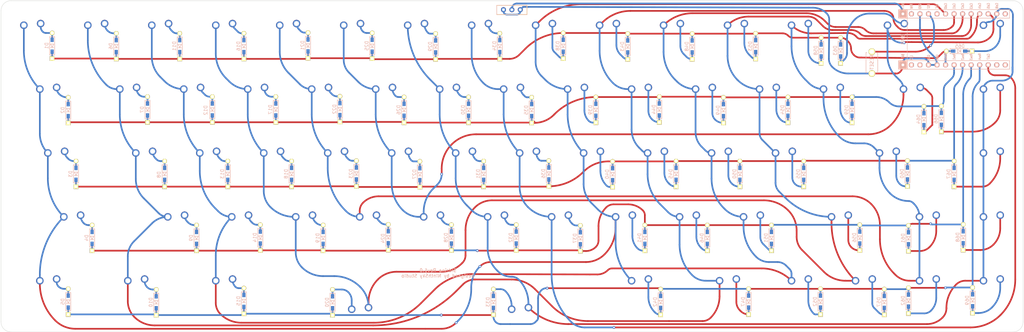
<source format=kicad_pcb>
(kicad_pcb (version 20211014) (generator pcbnew)
  (layers (0 "F.Cu" signal) (31 "B.Cu" signal) (34 "B.Paste" user) (35 "F.Paste" user) (36 "B.SilkS" user "B.Silkscreen") (37 "F.SilkS" user "F.Silkscreen") (38 "B.Mask" user) (39 "F.Mask" user) (44 "Edge.Cuts" user))
  (net 0 "")
  (net 1 "Net-(D1-Pad2)")
  (net 2 "Row0")
  (net 3 "Net-(D2-Pad2)")
  (net 4 "Row1")
  (net 5 "Net-(D3-Pad2)")
  (net 6 "Row2")
  (net 7 "Net-(D4-Pad2)")
  (net 8 "Row3")
  (net 9 "Net-(D5-Pad2)")
  (net 10 "Row4")
  (net 11 "Net-(D6-Pad2)")
  (net 12 "Net-(D7-Pad2)")
  (net 13 "Net-(D8-Pad2)")
  (net 14 "Net-(D9-Pad2)")
  (net 15 "Net-(D10-Pad2)")
  (net 16 "Net-(D11-Pad2)")
  (net 17 "Net-(D12-Pad2)")
  (net 18 "Net-(D13-Pad2)")
  (net 19 "Net-(D14-Pad2)")
  (net 20 "Net-(D15-Pad2)")
  (net 21 "Net-(D16-Pad2)")
  (net 22 "Net-(D17-Pad2)")
  (net 23 "Net-(D18-Pad2)")
  (net 24 "Net-(D19-Pad2)")
  (net 25 "Net-(D20-Pad2)")
  (net 26 "Net-(D21-Pad2)")
  (net 27 "Net-(D22-Pad2)")
  (net 28 "Net-(D23-Pad2)")
  (net 29 "Net-(D24-Pad2)")
  (net 30 "Net-(D25-Pad2)")
  (net 31 "Net-(D26-Pad2)")
  (net 32 "Net-(D27-Pad2)")
  (net 33 "Net-(D28-Pad2)")
  (net 34 "Net-(D29-Pad2)")
  (net 35 "Net-(D30-Pad2)")
  (net 36 "Net-(D31-Pad2)")
  (net 37 "Net-(D32-Pad2)")
  (net 38 "Net-(D33-Pad2)")
  (net 39 "Net-(D34-Pad2)")
  (net 40 "Net-(D35-Pad2)")
  (net 41 "Net-(D36-Pad2)")
  (net 42 "Net-(D37-Pad2)")
  (net 43 "Net-(D38-Pad1)")
  (net 44 "Net-(D39-Pad1)")
  (net 45 "Net-(D40-Pad1)")
  (net 46 "Net-(D41-Pad1)")
  (net 47 "Net-(D42-Pad1)")
  (net 48 "Net-(D43-Pad1)")
  (net 49 "Net-(D44-Pad1)")
  (net 50 "Net-(D45-Pad1)")
  (net 51 "Net-(D46-Pad1)")
  (net 52 "Net-(D47-Pad1)")
  (net 53 "Net-(D48-Pad1)")
  (net 54 "Net-(D49-Pad1)")
  (net 55 "Net-(D50-Pad1)")
  (net 56 "Net-(D51-Pad1)")
  (net 57 "Net-(D52-Pad1)")
  (net 58 "Net-(D53-Pad1)")
  (net 59 "Net-(D54-Pad1)")
  (net 60 "Net-(D55-Pad1)")
  (net 61 "Net-(D56-Pad1)")
  (net 62 "Net-(D57-Pad1)")
  (net 63 "Net-(D58-Pad1)")
  (net 64 "Net-(D59-Pad1)")
  (net 65 "Net-(D60-Pad1)")
  (net 66 "Net-(D61-Pad1)")
  (net 67 "Net-(D62-Pad1)")
  (net 68 "Net-(D63-Pad1)")
  (net 69 "Net-(D64-Pad1)")
  (net 70 "Net-(D65-Pad1)")
  (net 71 "Net-(D66-Pad1)")
  (net 72 "Net-(D67-Pad1)")
  (net 73 "Net-(D68-Pad1)")
  (net 74 "Net-(D69-Pad1)")
  (net 75 "GND")
  (net 76 "Bat+")
  (net 77 "Col0")
  (net 78 "Col1")
  (net 79 "Col2")
  (net 80 "Col3")
  (net 81 "Col4")
  (net 82 "Col5")
  (net 83 "Col6")
  (net 84 "Col7")
  (net 85 "Reset")
  (net 91 "VCC")
  (footprint "Alps_Only:ALPS-1U" (layer "F.Cu") (at 57.15 47.625)
    (fp_text reference "SW7")
    (fp_text value "SW_PUSH")
  )
  (footprint "Alps_Only:ALPS-1.25U" (layer "F.Cu") (at 59.53125 104.775)
    (fp_text reference "SW10")
    (fp_text value "SW_PUSH")
  )
  (footprint "Alps_Only:ALPS-1.5U" (layer "F.Cu") (at 85.725 104.775)
    (fp_text reference "SW15")
    (fp_text value "SW_PUSH")
  )
  (footprint "Alps_Only:ALPS-1U" (layer "F.Cu") (at 47.625 28.575)
    (fp_text reference "SW6")
    (fp_text value "SW_PUSH")
  )
  (footprint "Alps_Only:ALPS-1.75U" (layer "F.Cu") (at 35.71875 66.675)
    (fp_text reference "SW3")
    (fp_text value "SW_PUSH")
  )
  (footprint "Alps_Only:ALPS-1.5U" (layer "F.Cu") (at 33.3375 104.775)
    (fp_text reference "SW5")
    (fp_text value "SW_PUSH")
  )
  (footprint "Alps_Only:ALPS-1U" (layer "F.Cu") (at 28.575 28.575)
    (fp_text reference "SW1")
    (fp_text value "SW_PUSH")
  )
  (footprint "Alps_Only:ALPS-1.5U" (layer "F.Cu") (at 33.3375 47.625)
    (fp_text reference "SW2")
    (fp_text value "SW_PUSH")
  )
  (footprint "Alps_Only:ALPS-2.25U" (layer "F.Cu") (at 40.48125 85.725)
    (fp_text reference "SW4")
    (fp_text value "SW_PUSH")
  )
  (footprint "Alps_Only:ALPS-1U" (layer "F.Cu") (at 71.4375 85.725)
    (fp_text reference "SW9")
    (fp_text value "SW_PUSH")
  )
  (footprint "Alps_Only:ALPS-1U" (layer "F.Cu") (at 61.9125 66.675)
    (fp_text reference "SW8")
    (fp_text value "SW_PUSH")
  )
  (footprint "Alps_Only:ALPS-1U" (layer "F.Cu") (at 76.2 47.625)
    (fp_text reference "SW12")
    (fp_text value "SW_PUSH")
  )
  (footprint "Alps_Only:ALPS-1U" (layer "F.Cu") (at 66.675 28.575)
    (fp_text reference "SW11")
    (fp_text value "SW_PUSH")
  )
  (footprint "Alps_Only:ALPS-1U" (layer "F.Cu") (at 80.9625 66.675)
    (fp_text reference "SW13")
    (fp_text value "SW_PUSH")
  )
  (footprint "Alps_Only:ALPS-1U" (layer "F.Cu") (at 90.4875 85.725)
    (fp_text reference "SW14")
    (fp_text value "SW_PUSH")
  )
  (footprint "Alps_Only:ALPS-1U" (layer "F.Cu") (at 95.25 47.625)
    (fp_text reference "SW17")
    (fp_text value "SW_PUSH")
  )
  (footprint "Alps_Only:ALPS-1U" (layer "F.Cu") (at 109.5375 85.725)
    (fp_text reference "SW19")
    (fp_text value "SW_PUSH")
  )
  (footprint "Alps_Only:ALPS-1U" (layer "F.Cu") (at 85.725 28.575)
    (fp_text reference "SW16")
    (fp_text value "SW_PUSH")
  )
  (footprint "Alps_Only:ALPS-1U" (layer "F.Cu") (at 100.0125 66.675)
    (fp_text reference "SW18")
    (fp_text value "SW_PUSH")
  )
  (footprint "Alps_Only:ALPS-2.75U" (layer "F.Cu") (at 126.20625 104.775 180)
    (fp_text reference "SW20")
    (fp_text value "SW_PUSH")
  )
  (footprint "Alps_Only:ALPS-1U" (layer "F.Cu") (at 114.3 47.625)
    (fp_text reference "SW22")
    (fp_text value "SW_PUSH")
  )
  (footprint "Alps_Only:ALPS-1U" (layer "F.Cu") (at 104.775 28.575)
    (fp_text reference "SW21")
    (fp_text value "SW_PUSH")
  )
  (footprint "Alps_Only:ALPS-1U" (layer "F.Cu") (at 166.6875 85.725)
    (fp_text reference "SW32")
    (fp_text value "SW_PUSH")
  )
  (footprint "Alps_Only:ALPS-1U" (layer "F.Cu") (at 119.0625 66.675)
    (fp_text reference "SW23")
    (fp_text value "SW_PUSH")
  )
  (footprint "Alps_Only:ALPS-1U" (layer "F.Cu") (at 133.35 47.625)
    (fp_text reference "SW26")
    (fp_text value "SW_PUSH")
  )
  (footprint "Alps_Only:ALPS-1U" (layer "F.Cu") (at 147.6375 85.725)
    (fp_text reference "SW28")
    (fp_text value "SW_PUSH")
  )
  (footprint "Alps_Only:ALPS-1U" (layer "F.Cu") (at 152.4 47.625)
    (fp_text reference "SW30")
    (fp_text value "SW_PUSH")
  )
  (footprint "Alps_Only:ALPS-1U" (layer "F.Cu") (at 157.1625 66.675)
    (fp_text reference "SW31")
    (fp_text value "SW_PUSH")
  )
  (footprint "Alps_Only:ALPS-1U" (layer "F.Cu") (at 123.825 28.575)
    (fp_text reference "SW25")
    (fp_text value "SW_PUSH")
  )
  (footprint "Alps_Only:ALPS-1U" (layer "F.Cu") (at 128.5875 85.725)
    (fp_text reference "SW24")
    (fp_text value "SW_PUSH")
  )
  (footprint "Alps_Only:ALPS-1U" (layer "F.Cu") (at 138.1125 66.675)
    (fp_text reference "SW27")
    (fp_text value "SW_PUSH")
  )
  (footprint "Alps_Only:ALPS-1U" (layer "F.Cu") (at 142.875 28.575)
    (fp_text reference "SW29")
    (fp_text value "SW_PUSH")
  )
  (footprint "Alps_Only:ALPS-1U" (layer "F.Cu") (at 195.2625 66.675)
    (fp_text reference "SW40")
    (fp_text value "SW_PUSH")
  )
  (footprint "Alps_Only:ALPS-1U" (layer "F.Cu") (at 185.7375 85.725)
    (fp_text reference "SW37")
    (fp_text value "SW_PUSH")
  )
  (footprint "Alps_Only:ALPS-1U" (layer "F.Cu") (at 200.025 28.575)
    (fp_text reference "SW43")
    (fp_text value "SW_PUSH")
  )
  (footprint "Alps_Only:ALPS-1U" (layer "F.Cu") (at 209.55 47.625)
    (fp_text reference "SW44")
    (fp_text value "SW_PUSH")
  )
  (footprint "Alps_Only:ALPS-1U" (layer "F.Cu") (at 180.975 28.575)
    (fp_text reference "SW38")
    (fp_text value "SW_PUSH")
  )
  (footprint "Alps_Only:ALPS-1U" (layer "F.Cu") (at 176.2125 66.675)
    (fp_text reference "SW36")
    (fp_text value "SW_PUSH")
  )
  (footprint "Alps_Only:ALPS-1U" (layer "F.Cu") (at 223.8375 85.725)
    (fp_text reference "SW46")
    (fp_text value "SW_PUSH")
  )
  (footprint "Alps_Only:ALPS-1U" (layer "F.Cu") (at 161.925 28.575)
    (fp_text reference "SW34")
    (fp_text value "SW_PUSH")
  )
  (footprint "Alps_Only:ALPS-1U" (layer "F.Cu") (at 204.7875 85.725)
    (fp_text reference "SW41")
    (fp_text value "SW_PUSH")
  )
  (footprint "Alps_Only:ALPS-1U" (layer "F.Cu") (at 171.45 47.625)
    (fp_text reference "SW35")
    (fp_text value "SW_PUSH")
  )
  (footprint "Alps_Only:ALPS-1U" (layer "F.Cu") (at 214.3125 66.675)
    (fp_text reference "SW45")
    (fp_text value "SW_PUSH")
  )
  (footprint "Alps_Only:ALPS-1U" (layer "F.Cu") (at 190.5 47.625)
    (fp_text reference "SW39")
    (fp_text value "SW_PUSH")
  )
  (footprint "Alps_Only:ALPS-1.75U" (layer "F.Cu") (at 269.08125 85.725)
    (fp_text reference "SW56")
    (fp_text value "SW_PUSH")
  )
  (footprint "Alps_Only:ALPS-1U" (layer "F.Cu") (at 238.125 28.575)
    (fp_text reference "SW53")
    (fp_text value "SW_PUSH")
  )
  (footprint "Alps_Only:ALPS-1U" (layer "F.Cu") (at 242.8875 85.725)
    (fp_text reference "SW51")
    (fp_text value "SW_PUSH")
  )
  (footprint "Alps_Only:ALPS-1U" (layer "F.Cu") (at 228.6 47.625)
    (fp_text reference "SW49")
    (fp_text value "SW_PUSH")
  )
  (footprint "Alps_Only:ALPS-1U" (layer "F.Cu") (at 233.3625 66.675)
    (fp_text reference "SW50")
    (fp_text value "SW_PUSH")
  )
  (footprint "Alps_Only:ALPS-2.25U" (layer "F.Cu") (at 283.36875 66.675)
    (fp_text reference "SW60")
    (fp_text value "SW_PUSH")
  )
  (footprint "Alps_Only:ALPS-1U" (layer "F.Cu") (at 247.65 47.625)
    (fp_text reference "SW54")
    (fp_text value "SW_PUSH")
  )
  (footprint "Alps_Only:ALPS-1U" (layer "F.Cu") (at 257.175 28.575)
    (fp_text reference "SW58")
    (fp_text value "SW_PUSH")
  )
  (footprint "Alps_Only:ALPS-1U" (layer "F.Cu") (at 219.075 28.575)
    (fp_text reference "SW48")
    (fp_text value "SW_PUSH")
  )
  (footprint "Alps_Only:ALPS-1U" (layer "F.Cu") (at 252.4125 66.675)
    (fp_text reference "SW55")
    (fp_text value "SW_PUSH")
  )
  (footprint "Alps_Only:ALPS-1U" (layer "F.Cu") (at 266.7 47.625)
    (fp_text reference "SW59")
    (fp_text value "SW_PUSH")
  )
  (footprint "Alps_Only:ALPS-1U" (layer "F.Cu") (at 314.325 85.725)
    (fp_text reference "SW68")
    (fp_text value "SW_PUSH")
  )
  (footprint "Alps_Only:ALPS-1U" (layer "F.Cu") (at 314.325 28.575)
    (fp_text reference "SW65")
    (fp_text value "SW_PUSH")
  )
  (footprint "Alps_Only:ALPS-1U" (layer "F.Cu") (at 314.325 47.625)
    (fp_text reference "SW66")
    (fp_text value "SW_PUSH")
  )
  (footprint "Alps_Only:ALPS-1U" (layer "F.Cu") (at 314.325 66.675)
    (fp_text reference "SW67")
    (fp_text value "SW_PUSH")
  )
  (footprint "Alps_Only:ALPS-1U" (layer "F.Cu") (at 295.275 85.725)
    (fp_text reference "SW61")
    (fp_text value "SW_PUSH")
  )
  (footprint "Alps_Only:ALPS-2U" (layer "F.Cu") (at 285.75 28.575)
    (fp_text reference "SW63")
    (fp_text value "SW_PUSH")
  )
  (footprint "Alps_Only:ALPS-1U" (layer "F.Cu") (at 276.225 104.775)
    (fp_text reference "SW57")
    (fp_text value "SW_PUSH")
  )
  (footprint "Alps_Only:ALPS-1U" (layer "F.Cu") (at 314.325 104.775)
    (fp_text reference "SW69")
    (fp_text value "SW_PUSH")
  )
  (footprint "Alps_Only:ALPS-1U" (layer "F.Cu") (at 295.275 104.775)
    (fp_text reference "SW62")
    (fp_text value "SW_PUSH")
  )
  (footprint "Alps_Only:ALPS-2.25U" (layer "F.Cu") (at 173.83125 104.775 180)
    (fp_text reference "SW33")
    (fp_text value "SW_PUSH")
  )
  (footprint "Alps_Only:ALPS-1.25U" (layer "F.Cu") (at 235.74375 104.775)
    (fp_text reference "SW47")
    (fp_text value "SW_PUSH")
  )
  (footprint "Alps_Only:ALPS-1U" (layer "F.Cu") (at 257.175 104.775)
    (fp_text reference "SW52")
    (fp_text value "SW_PUSH")
  )
  (footprint "kbd_Parts:Diode_TH_SMD" (layer "F.Cu") (at 105.8 68.9 90)
    (fp_text reference "D18")
    (fp_text value "D" hide)
  )
  (footprint "kbd_Parts:Diode_TH_SMD" (layer "F.Cu") (at 304.6 32.3 180)
    (fp_text reference "D65")
    (fp_text value "D" hide)
  )
  (footprint "kbd_Parts:Diode_TH_SMD" (layer "F.Cu") (at 305.8 87.8 90)
    (fp_text reference "D68")
    (fp_text value "D" hide)
  )
  (footprint "kbd_Parts:Diode_TH_SMD" (layer "F.Cu") (at 82.2 49.7 90)
    (fp_text reference "D12")
    (fp_text value "D" hide)
  )
  (footprint "kbd_Parts:Micon_BMP_GL" (layer "F.Cu") (at 304.859 28.755 90)
    (fp_text reference "U1" hide)
    (fp_text value "BLEMicroPro" hide)
  )
  (footprint "kbd_Parts:Diode_TH_SMD" (layer "F.Cu") (at 303.1 68.9 90)
    (fp_text reference "D67")
    (fp_text value "D" hide)
  )
  (footprint "kbd_Parts:Diode_TH_SMD" (layer "F.Cu") (at 129.8 30.7 90)
    (fp_text reference "D25")
    (fp_text value "D" hide)
  )
  (footprint "kbd_Parts:Diode_TH_SMD" (layer "F.Cu") (at 289.5 106.7 90)
    (fp_text reference "D62")
    (fp_text value "D" hide)
  )
  (footprint "kbd_Parts:Diode_TH_SMD" (layer "F.Cu") (at 165.9 107.1 90)
    (fp_text reference "D33")
    (fp_text value "D" hide)
  )
  (footprint "kbd_Parts:Diode_TH_SMD" (layer "F.Cu") (at 96.5 87.9 90)
    (fp_text reference "D14")
    (fp_text value "D" hide)
  )
  (footprint "kbd_Parts:Diode_TH_SMD" (layer "F.Cu") (at 148.7 30.9 90)
    (fp_text reference "D29")
    (fp_text value "D" hide)
  )
  (footprint "kbd_Parts:Diode_TH_SMD" (layer "F.Cu") (at 115.2 88 90)
    (fp_text reference "D19")
    (fp_text value "D" hide)
  )
  (footprint "kbd_Parts:Diode_TH_SMD" (layer "F.Cu") (at 263.3 107 90)
    (fp_text reference "D52")
    (fp_text value "D" hide)
  )
  (footprint "kbd_Parts:Diode_TH_SMD" (layer "F.Cu") (at 134.6 87.8 90)
    (fp_text reference "D24")
    (fp_text value "D" hide)
  )
  (footprint "kbd_Parts:Diode_TH_SMD" (layer "F.Cu") (at 118 107.2 90)
    (fp_text reference "D20")
    (fp_text value "D" hide)
  )
  (footprint "kbd_Parts:Diode_TH_SMD" (layer "F.Cu") (at 215.7 107.1 90)
    (fp_text reference "D42")
    (fp_text value "D" hide)
  )
  (footprint "kbd_Parts:Diode_TH_SMD" (layer "F.Cu") (at 46.4 88 90)
    (fp_text reference "D4")
    (fp_text value "D" hide)
  )
  (footprint "kbd_Parts:Diode_TH_SMD" (layer "F.Cu") (at 34.5 30.7 90)
    (fp_text reference "D1")
    (fp_text value "D" hide)
  )
  (footprint "kbd_Parts:Diode_TH_SMD" (layer "F.Cu") (at 86.8 68.9 90)
    (fp_text reference "D13")
    (fp_text value "D" hide)
  )
  (footprint "kbd_Parts:Diode_TH_SMD" (layer "F.Cu") (at 241.9 107 90)
    (fp_text reference "D47")
    (fp_text value "D" hide)
  )
  (footprint "kbd_Parts:Diode_TH_SMD" (layer "F.Cu") (at 125.1 68.8 90)
    (fp_text reference "D23")
    (fp_text value "D" hide)
  )
  (footprint "kbd_Parts:Diode_TH_SMD" (layer "F.Cu") (at 110.7 30.6 90)
    (fp_text reference "D21")
    (fp_text value "D" hide)
  )
  (footprint "kbd_Parts:Diode_TH_SMD" (layer "F.Cu") (at 258.3 68.9 90)
    (fp_text reference "D55")
    (fp_text value "D" hide)
  )
  (footprint "kbd_Parts:Diode_TH_SMD" (layer "F.Cu") (at 269.3 32.1 90)
    (fp_text reference "D63")
    (fp_text value "D" hide)
  )
  (footprint "kbd_Parts:Diode_TH_SMD" (layer "F.Cu") (at 191.8 88.1 90)
    (fp_text reference "D37")
    (fp_text value "D" hide)
  )
  (footprint "kbd_Parts:Diode_TH_SMD" (layer "F.Cu") (at 289.2 68.8 90)
    (fp_text reference "D60")
    (fp_text value "D" hide)
  )
  (footprint "kbd_Parts:Diode_TH_SMD" (layer "F.Cu") (at 225.1 30.9 90)
    (fp_text reference "D48")
    (fp_text value "D" hide)
  )
  (footprint "kbd_Parts:Diode_TH_SMD" (layer "F.Cu") (at 289.5 88.1 90)
    (fp_text reference "D61")
    (fp_text value "D" hide)
  )
  (footprint "kbd_Parts:Battery_XH2.5_GL_PCB" (layer "F.Cu") (at 171.4 19.9)
    (fp_text reference "J1")
    (fp_text value "Conn_01x02" hide)
  )
  (footprint "kbd_Parts:Diode_TH_SMD" (layer "F.Cu") (at 308.6 106.6 90)
    (fp_text reference "D69")
    (fp_text value "D" hide)
  )
  (footprint "kbd_Parts:Diode_TH_SMD" (layer "F.Cu") (at 201.4 69 90)
    (fp_text reference "D40")
    (fp_text value "D" hide)
  )
  (footprint "kbd_Parts:Diode_TH_SMD" (layer "F.Cu") (at 53.6 30.8 90)
    (fp_text reference "D6")
    (fp_text value "D" hide)
  )
  (footprint "kbd_Parts:Diode_TH_SMD" (layer "F.Cu") (at 172.7 87.9 90)
    (fp_text reference "D32")
    (fp_text value "D" hide)
  )
  (footprint "kbd_Parts:Diode_TH_SMD" (layer "F.Cu") (at 77.5 88 90)
    (fp_text reference "D9")
    (fp_text value "D" hide)
  )
  (footprint "kbd_Parts:Diode_TH_SMD" (layer "F.Cu") (at 72.5 30.8 90)
    (fp_text reference "D11")
    (fp_text value "D" hide)
  )
  (footprint "kbd_Parts:Diode_TH_SMD" (layer "F.Cu") (at 158.5 49.8 90)
    (fp_text reference "D30")
    (fp_text value "D" hide)
  )
  (footprint "kbd_Parts:Diode_TH_SMD" (layer "F.Cu") (at 68 68.9 90)
    (fp_text reference "D8")
    (fp_text value "D" hide)
  )
  (footprint "kbd_Parts:Diode_TH_SMD" (layer "F.Cu") (at 182.4 68.8 90)
    (fp_text reference "D36")
    (fp_text value "D" hide)
  )
  (footprint "kbd_Parts:Diode_TH_SMD" (layer "F.Cu") (at 163 68.9 90)
    (fp_text reference "D31")
    (fp_text value "D" hide)
  )
  (footprint "kbd_Parts:Diode_TH_SMD" (layer "F.Cu") (at 186.7 30.7 90)
    (fp_text reference "D38")
    (fp_text value "D" hide)
  )
  (footprint "kbd_Parts:Diode_TH_SMD" (layer "F.Cu") (at 229.6 88 90)
    (fp_text reference "D46")
    (fp_text value "D" hide)
  )
  (footprint "kbd_Parts:Diode_TH_SMD" (layer "F.Cu") (at 167.8 30.8 90)
    (fp_text reference "D34")
    (fp_text value "D" hide)
  )
  (footprint "Alps_Only:ALPS-1.5U" (layer "F.Cu") (at 209.55 104.775)
    (fp_text reference "SW42")
    (fp_text value "SW_PUSH")
  )
  (footprint "kbd_Parts:Diode_TH_SMD" (layer "F.Cu") (at 220.3 68.9 90)
    (fp_text reference "D45")
    (fp_text value "D" hide)
  )
  (footprint "kbd_Parts:Diode_TH_SMD" (layer "F.Cu") (at 272.7 49.8 90)
    (fp_text reference "D59")
    (fp_text value "D" hide)
  )
  (footprint "kbd_Parts:Diode_TH_SMD" (layer "F.Cu") (at 211 88 90)
    (fp_text reference "D41")
    (fp_text value "D" hide)
  )
  (footprint "kbd_Parts:Diode_TH_SMD" (layer "F.Cu") (at 62.9 49.7 90)
    (fp_text reference "D7")
    (fp_text value "D" hide)
  )
  (footprint "kbd_Parts:Diode_TH_SMD" (layer "F.Cu") (at 248.7 88 90)
    (fp_text reference "D51")
    (fp_text value "D" hide)
  )
  (footprint "kbd_Parts:Diode_TH_SMD" (layer "F.Cu") (at 91.6 106.8 90)
    (fp_text reference "D15")
    (fp_text value "D" hide)
  )
  (footprint "kbd_Parts:Diode_TH_SMD" (layer "F.Cu") (at 65.5 107.2 90)
    (fp_text reference "D10")
    (fp_text value "D" hide)
  )
  (footprint "kbd_Parts:Diode_TH_SMD" (layer "F.Cu") (at 244 30.8 90)
    (fp_text reference "D53")
    (fp_text value "D" hide)
  )
  (footprint "kbd_Parts:Diode_TH_SMD" (layer "F.Cu") (at 139.3 49.8 90)
    (fp_text reference "D26")
    (fp_text value "D" hide)
  )
  (footprint "kbd_Parts:Diode_TH_SMD" (layer "F.Cu") (at 205.9 30.9 90)
    (fp_text reference "D43")
    (fp_text value "D" hide)
  )
  (footprint "kbd_Parts:Diode_TH_SMD" (layer "F.Cu") (at 39.3 107 90)
    (fp_text reference "D5")
    (fp_text value "D" hide)
  )
  (footprint "kbd_Parts:Diode_TH_SMD" (layer "F.Cu") (at 120.2 49.6 90)
    (fp_text reference "D22")
    (fp_text value "D" hide)
  )
  (footprint "kbd_Parts:Diode_TH_SMD" (layer "F.Cu") (at 253.6 49.8 90)
    (fp_text reference "D54")
    (fp_text value "D" hide)
  )
  (footprint "kbd_Parts:Diode_TH_SMD" (layer "F.Cu") (at 215.3 49.7 90)
    (fp_text reference "D44")
    (fp_text value "D" hide)
  )
  (footprint "kbd_Parts:Diode_TH_SMD" (layer "F.Cu") (at 234.4 49.9 90)
    (fp_text reference "D49")
    (fp_text value "D" hide)
  )
  (footprint "kbd_Parts:ResetSW" (layer "F.Cu") (at 278.60625 35.71875 90)
    (fp_text reference "SW70" hide)
    (fp_text value "SW_PUSH")
  )
  (footprint "kbd_Parts:Diode_TH_SMD" (layer "F.Cu") (at 39.3 49.9 90)
    (fp_text reference "D2")
    (fp_text value "D" hide)
  )
  (footprint "kbd_Parts:Diode_TH_SMD" (layer "F.Cu") (at 263.5 32.1 90)
    (fp_text reference "D58")
    (fp_text value "D" hide)
  )
  (footprint "kbd_Parts:Diode_TH_SMD" (layer "F.Cu") (at 91.6 30.8 90)
    (fp_text reference "D16")
    (fp_text value "D" hide)
  )
  (footprint "kbd_Parts:Diode_TH_SMD" (layer "F.Cu") (at 196.4 49.8 90)
    (fp_text reference "D39")
    (fp_text value "D" hide)
  )
  (footprint "kbd_Parts:Diode_TH_SMD" (layer "F.Cu") (at 153.4 87.9 90)
    (fp_text reference "D28")
    (fp_text value "D" hide)
  )
  (footprint "kbd_Parts:Diode_TH_SMD" (layer "F.Cu") (at 299.3 52.5 90)
    (fp_text reference "D66")
    (fp_text value "D" hide)
  )
  (footprint "Alps_Only:ALPS-1.5U" (layer "F.Cu") (at 290.5125 47.625)
    (fp_text reference "SW64")
    (fp_text value "SW_PUSH")
  )
  (footprint "kbd_Parts:Diode_TH_SMD" (layer "F.Cu") (at 239.3 68.9 90)
    (fp_text reference "D50")
    (fp_text value "D" hide)
  )
  (footprint "kbd_Parts:Diode_TH_SMD" (layer "F.Cu") (at 144 69 90)
    (fp_text reference "D27")
    (fp_text value "D" hide)
  )
  (footprint "kbd_Parts:Diode_TH_SMD" (layer "F.Cu") (at 275 87.9 90)
    (fp_text reference "D56")
    (fp_text value "D" hide)
  )
  (footprint "kbd_Parts:Diode_TH_SMD" (layer "F.Cu") (at 41.6 68.9 90)
    (fp_text reference "D3")
    (fp_text value "D" hide)
  )
  (footprint "kbd_Parts:Diode_TH_SMD" (layer "F.Cu") (at 177.3 49.875 90)
    (fp_text reference "D35")
    (fp_text value "D" hide)
  )
  (footprint "kbd_Parts:Diode_TH_SMD" (layer "F.Cu") (at 282.3 107.1 90)
    (fp_text reference "D57")
    (fp_text value "D" hide)
  )
  (footprint "kbd_Parts:Diode_TH_SMD" (layer "F.Cu") (at 294.1 52.6 90)
    (fp_text reference "D64")
    (fp_text value "D" hide)
  )
  (footprint "kbd_Parts:Diode_TH_SMD" (layer "F.Cu") (at 101.1 49.7 90)
    (fp_text reference "D17")
    (fp_text value "D" hide)
  )
  (gr_arc (start 22.275 116.05) (mid 20.15368 115.17132) (end 19.275 113.05) (layer "Edge.Cuts") (width 0.1))
  (gr_arc (start 19.275 20.25) (mid 20.15368 18.12868) (end 22.275 17.25) (layer "Edge.Cuts") (width 0.1))
  (gr_arc (start 323.625 113.05) (mid 322.74632 115.17132) (end 320.625 116.05) (layer "Edge.Cuts") (width 0.1))
  (gr_arc (start 320.625 17.25) (mid 322.74632 18.12868) (end 323.625 20.25) (layer "Edge.Cuts") (width 0.1))
  (gr_line (start 323.625 20.25) (end 323.625 113.05) (layer "Edge.Cuts") (width 0.1))
  (gr_line (start 22.275 116.05) (end 320.625 116.05) (layer "Edge.Cuts") (width 0.1))
  (gr_line (start 19.275 20.25) (end 19.275 113.05) (layer "Edge.Cuts") (width 0.1))
  (gr_line (start 320.625 17.25) (end 22.275 17.25) (layer "Edge.Cuts") (width 0.1))
  (gr_text "Sidrina Rev1.0\nDesigned by NinthSky Studio" (at 149.4 98.5) (layer "B.SilkS") (effects (font (size 1 1)) (justify mirror)))
  (segment (start 34.5 28.925) (end 34.5 26.89) (width 0.5) (layer "B.Cu") (net 1))
  (segment (start 32.641543 26.89) (end 34.5 26.89) (width 0.5) (layer "B.Cu") (net 1))
  (segment (start 31.075 24.075) (end 31.075 24.991117) (width 0.5) (layer "B.Cu") (net 1))
  (arc (start 31.7 26.5) (mid 32.131984 26.788642) (end 32.641543 26.89) (width 0.5) (layer "B.Cu") (net 1))
  (arc (start 31.075 24.991117) (mid 31.237432 25.807718) (end 31.7 26.5) (width 0.5) (layer "B.Cu") (net 1))
  (segment (start 263.5 28.29) (end 269.3 28.29) (width 0.5) (layer "F.Cu") (net 2))
  (segment (start 297.151472 34.4) (end 295.9 34.4) (width 0.5) (layer "F.Cu") (net 2))
  (segment (start 72.5 34.61) (end 91.6 34.61) (width 0.5) (layer "F.Cu") (net 2))
  (segment (start 53.6 34.61) (end 72.5 34.61) (width 0.5) (layer "F.Cu") (net 2))
  (segment (start 173.6 33.4) (end 175.450166 31.549834) (width 0.5) (layer "F.Cu") (net 2))
  (segment (start 205.9 27.09) (end 225.1 27.09) (width 0.5) (layer "F.Cu") (net 2))
  (segment (start 298.6 33.8) (end 299.612096 32.787904) (width 0.5) (layer "F.Cu") (net 2))
  (segment (start 251.985909 26.99) (end 244 26.99) (width 0.5) (layer "F.Cu") (net 2))
  (segment (start 167.8 34.61) (end 148.941421 34.61) (width 0.5) (layer "F.Cu") (net 2))
  (segment (start 186.7 26.89) (end 205.417158 26.89) (width 0.5) (layer "F.Cu") (net 2))
  (segment (start 295.9 34.4) (end 275.518018 34.218018) (width 0.5) (layer "F.Cu") (net 2))
  (segment (start 275.033448 34.218018) (end 275.518018 34.218018) (width 0.5) (layer "F.Cu") (net 2))
  (segment (start 273.177817 33.377818) (end 273.3 33.5) (width 0.5) (layer "F.Cu") (net 2))
  (segment (start 148.7 34.71) (end 130.282842 34.71) (width 0.5) (layer "F.Cu") (net 2))
  (segment (start 91.6 34.61) (end 110.217158 34.61) (width 0.5) (layer "F.Cu") (net 2))
  (segment (start 110.7 34.41) (end 129.558579 34.41) (width 0.5) (layer "F.Cu") (net 2))
  (segment (start 271.160747 29.060746) (end 271.3 29.2) (width 0.5) (layer "F.Cu") (net 2))
  (segment (start 167.8 34.61) (end 170.678802 34.61) (width 0.5) (layer "F.Cu") (net 2))
  (segment (start 34.5 34.51) (end 53.358579 34.51) (width 0.5) (layer "F.Cu") (net 2))
  (segment (start 225.1 27.09) (end 243.758579 27.09) (width 0.5) (layer "F.Cu") (net 2))
  (segment (start 263.5 28.29) (end 255.124386 28.29) (width 0.5) (layer "F.Cu") (net 2))
  (segment (start 271.3 29.2) (end 271.551471 29.451471) (width 0.5) (layer "F.Cu") (net 2))
  (arc (start 255.124386 28.29) (mid 254.353514 28.136664) (end 253.7 27.7) (width 0.5) (layer "F.Cu") (net 2))
  (arc (start 243.758579 27.09) (mid 243.889235 27.06401) (end 244 26.99) (width 0.5) (layer "F.Cu") (net 2))
  (arc (start 129.558579 34.41) (mid 129.689235 34.435989) (end 129.8 34.51) (width 0.5) (layer "F.Cu") (net 2))
  (arc (start 299.612096 32.787904) (mid 300.152523 32.426802) (end 300.79 32.3) (width 0.5) (layer "F.Cu") (net 2))
  (arc (start 269.3 28.29) (mid 270.307029 28.49031) (end 271.160747 29.060746) (width 0.5) (layer "F.Cu") (net 2))
  (arc (start 273.3 33.5) (mid 274.095313 34.031411) (end 275.033448 34.218018) (width 0.5) (layer "F.Cu") (net 2))
  (arc (start 148.941421 34.61) (mid 148.810765 34.635989) (end 148.7 34.71) (width 0.5) (layer "F.Cu") (net 2))
  (arc (start 130.282842 34.71) (mid 130.02153 34.658022) (end 129.8 34.51) (width 0.5) (layer "F.Cu") (net 2))
  (arc (start 271.551471 29.451471) (mid 272.179474 30.391344) (end 272.4 31.5) (width 0.5) (layer "F.Cu") (net 2))
  (arc (start 170.678802 34.61) (mid 172.259743 34.295531) (end 173.6 33.4) (width 0.5) (layer "F.Cu") (net 2))
  (arc (start 298.6 33.8) (mid 297.93541 34.244065) (end 297.151472 34.4) (width 0.5) (layer "F.Cu") (net 2))
  (arc (start 205.417158 26.89) (mid 205.67847 26.941979) (end 205.9 27.09) (width 0.5) (layer "F.Cu") (net 2))
  (arc (start 253.7 27.7) (mid 252.913569 27.174523) (end 251.985909 26.99) (width 0.5) (layer "F.Cu") (net 2))
  (arc (start 53.358579 34.51) (mid 53.489235 34.535989) (end 53.6 34.61) (width 0.5) (layer "F.Cu") (net 2))
  (arc (start 272.4 31.5) (mid 272.602148 32.516268) (end 273.177817 33.377818) (width 0.5) (layer "F.Cu") (net 2))
  (arc (start 110.217158 34.61) (mid 110.47847 34.558021) (end 110.7 34.41) (width 0.5) (layer "F.Cu") (net 2))
  (arc (start 175.450166 31.549834) (mid 180.611633 28.101051) (end 186.7 26.89) (width 0.5) (layer "F.Cu") (net 2))
  (segment (start 205.9 29.125) (end 205.9 27.09) (width 0.5) (layer "B.Cu") (net 2))
  (segment (start 186.7 28.925) (end 186.7 26.89) (width 0.5) (layer "B.Cu") (net 2))
  (segment (start 300.541 36.4114) (end 300.541 32.901139) (width 0.5) (layer "B.Cu") (net 2))
  (segment (start 225.1 29.125) (end 225.1 27.09) (width 0.5) (layer "B.Cu") (net 2))
  (segment (start 269.3 30.325) (end 269.3 28.29) (width 0.5) (layer "B.Cu") (net 2))
  (segment (start 167.8 34.61) (end 167.8 32.575) (width 0.5) (layer "B.Cu") (net 2))
  (segment (start 110.7 34.41) (end 110.7 32.375) (width 0.5) (layer "B.Cu") (net 2))
  (segment (start 72.5 34.61) (end 72.5 32.575) (width 0.5) (layer "B.Cu") (net 2))
  (segment (start 53.6 34.61) (end 53.6 32.575) (width 0.5) (layer "B.Cu") (net 2))
  (segment (start 300.79 32.3) (end 302.825 32.3) (width 0.5) (layer "B.Cu") (net 2))
  (segment (start 129.8 34.51) (end 129.8 32.475) (width 0.5) (layer "B.Cu") (net 2))
  (segment (start 263.5 30.325) (end 263.5 28.29) (width 0.5) (layer "B.Cu") (net 2))
  (segment (start 148.7 34.71) (end 148.7 32.675) (width 0.5) (layer "B.Cu") (net 2))
  (segment (start 34.5 34.51) (end 34.5 32.475) (width 0.5) (layer "B.Cu") (net 2))
  (segment (start 244 29.025) (end 244 26.99) (width 0.5) (layer "B.Cu") (net 2))
  (segment (start 91.6 34.61) (end 91.6 32.575) (width 0.5) (layer "B.Cu") (net 2))
  (arc (start 300.541 32.901139) (mid 300.605713 32.575805) (end 300.79 32.3) (width 0.5) (layer "B.Cu") (net 2))
  (segment (start 39.3 48.125) (end 39.3 46.09) (width 0.5) (layer "B.Cu") (net 3))
  (segment (start 35.8375 43.125) (end 35.8375 43.259163) (width 0.5) (layer "B.Cu") (net 3))
  (segment (start 38.990071 46.09) (end 39.3 46.09) (width 0.5) (layer "B.Cu") (net 3))
  (arc (start 36.6 45.1) (mid 37.696574 45.832707) (end 38.990071 46.09) (width 0.5) (layer "B.Cu") (net 3))
  (arc (start 35.8375 43.259163) (mid 36.035668 44.255416) (end 36.6 45.1) (width 0.5) (layer "B.Cu") (net 3))
  (segment (start 101.1 53.51) (end 119.958579 53.51) (width 0.5) (layer "F.Cu") (net 4))
  (segment (start 82.2 53.51) (end 101.1 53.51) (width 0.5) (layer "F.Cu") (net 4))
  (segment (start 158.5 53.61) (end 139.3 53.61) (width 0.5) (layer "F.Cu") (net 4))
  (segment (start 62.9 53.51) (end 82.2 53.51) (width 0.5) (layer "F.Cu") (net 4))
  (segment (start 253.6 45.99) (end 272.7 45.99) (width 0.5) (layer "F.Cu") (net 4))
  (segment (start 158.5 53.61) (end 177.351594 53.61) (width 0.5) (layer "F.Cu") (net 4))
  (segment (start 234.4 46.09) (end 253.358579 46.09) (width 0.5) (layer "F.Cu") (net 4))
  (segment (start 62.9 53.51) (end 39.782842 53.51) (width 0.5) (layer "F.Cu") (net 4))
  (segment (start 183.9 51.3) (end 184.125902 51.074098) (width 0.5) (layer "F.Cu") (net 4))
  (segment (start 196.4 45.99) (end 215.058579 45.99) (width 0.5) (layer "F.Cu") (net 4))
  (segment (start 120.2 53.41) (end 138.817158 53.41) (width 0.5) (layer "F.Cu") (net 4))
  (segment (start 177.3 53.685) (end 178.142101 53.685) (width 0.5) (layer "F.Cu") (net 4))
  (segment (start 215.3 45.89) (end 233.917158 45.89) (width 0.5) (layer "F.Cu") (net 4))
  (arc (start 253.358579 46.09) (mid 253.489235 46.06401) (end 253.6 45.99) (width 0.5) (layer "F.Cu") (net 4))
  (arc (start 177.351594 53.61) (mid 177.756628 53.529433) (end 178.1 53.3) (width 0.5) (layer "F.Cu") (net 4))
  (arc (start 119.958579 53.51) (mid 120.089235 53.48401) (end 120.2 53.41) (width 0.5) (layer "F.Cu") (net 4))
  (arc (start 39.782842 53.51) (mid 39.52153 53.561978) (end 39.3 53.71) (width 0.5) (layer "F.Cu") (net 4))
  (arc (start 184.125902 51.074098) (mid 189.757306 47.311314) (end 196.4 45.99) (width 0.5) (layer "F.Cu") (net 4))
  (arc (start 138.817158 53.41) (mid 139.07847 53.461979) (end 139.3 53.61) (width 0.5) (layer "F.Cu") (net 4))
  (arc (start 178.142101 53.685) (mid 181.258253 53.065158) (end 183.9 51.3) (width 0.5) (layer "F.Cu") (net 4))
  (arc (start 233.917158 45.89) (mid 234.17847 45.941979) (end 234.4 46.09) (width 0.5) (layer "F.Cu") (net 4))
  (arc (start 215.058579 45.99) (mid 215.189235 45.96401) (end 215.3 45.89) (width 0.5) (layer "F.Cu") (net 4))
  (segment (start 196.4 45.99) (end 196.4 48.025) (width 0.5) (layer "B.Cu") (net 4))
  (segment (start 272.7 48.025) (end 272.7 46.707106) (width 0.5) (layer "B.Cu") (net 4))
  (segment (start 299.3 48.69) (end 294.341421 48.69) (width 0.5) (layer "B.Cu") (net 4))
  (segment (start 294.1 48.79) (end 286.672914 48.79) (width 0.5) (layer "B.Cu") (net 4))
  (segment (start 279.913117 45.99) (end 272.7 45.99) (width 0.5) (layer "B.Cu") (net 4))
  (segment (start 234.4 48.125) (end 234.4 46.09) (width 0.5) (layer "B.Cu") (net 4))
  (segment (start 177.3 53.685) (end 177.3 51.65) (width 0.5) (layer "B.Cu") (net 4))
  (segment (start 303.081 36.4114) (end 303.081 38.755921) (width 0.5) (layer "B.Cu") (net 4))
  (segment (start 120.2 53.41) (end 120.2 51.375) (width 0.5) (layer "B.Cu") (net 4))
  (segment (start 101.1 53.51) (end 101.1 51.475) (width 0.5) (layer "B.Cu") (net 4))
  (segment (start 139.3 53.61) (end 139.3 51.575) (width 0.5) (layer "B.Cu") (net 4))
  (segment (start 299.3 50.725) (end 299.3 48.69) (width 0.5) (layer "B.Cu") (net 4))
  (segment (start 62.9 53.51) (end 62.9 51.475) (width 0.5) (layer "B.Cu") (net 4))
  (segment (start 215.3 47.925) (end 215.3 45.89) (width 0.5) (layer "B.Cu") (net 4))
  (segment (start 253.6 48.025) (end 253.6 45.99) (width 0.5) (layer "B.Cu") (net 4))
  (segment (start 294.1 50.825) (end 294.1 48.79) (width 0.5) (layer "B.Cu") (net 4))
  (segment (start 39.3 53.71) (end 39.3 51.675) (width 0.5) (layer "B.Cu") (net 4))
  (segment (start 158.5 53.61) (end 158.5 51.575) (width 0.5) (layer "B.Cu") (net 4))
  (segment (start 302.4 40.4) (end 300.707107 42.092893) (width 0.5) (layer "B.Cu") (net 4))
  (segment (start 300 43.8) (end 300 47.000051) (width 0.5) (layer "B.Cu") (net 4))
  (segment (start 82.2 53.51) (end 82.2 51.475) (width 0.5) (layer "B.Cu") (net 4))
  (arc (start 300.707107 42.092893) (mid 300.183771 42.87612) (end 300 43.8) (width 0.5) (layer "B.Cu") (net 4))
  (arc (start 303.081 38.755921) (mid 302.904014 39.64569) (end 302.4 40.4) (width 0.5) (layer "B.Cu") (net 4))
  (arc (start 286.672914 48.79) (mid 285.118104 48.480729) (end 283.8 47.6) (width 0.5) (layer "B.Cu") (net 4))
  (arc (start 300 47.000051) (mid 299.818076 47.914645) (end 299.3 48.69) (width 0.5) (layer "B.Cu") (net 4))
  (arc (start 294.341421 48.69) (mid 294.210765 48.715989) (end 294.1 48.79) (width 0.5) (layer "B.Cu") (net 4))
  (arc (start 283.8 47.6) (mid 282.016683 46.408425) (end 279.913117 45.99) (width 0.5) (layer "B.Cu") (net 4))
  (arc (start 272.7 46.707106) (mid 272.829946 46.053825) (end 273.2 45.5) (width 0.5) (layer "B.Cu") (net 4))
  (segment (start 39.027503 64.127504) (end 39.3 64.4) (width 0.5) (layer "B.Cu") (net 5))
  (segment (start 41.6 67.125) (end 41.6 65.09) (width 0.5) (layer "B.Cu") (net 5))
  (segment (start 40.965807 65.09) (end 41.6 65.09) (width 0.5) (layer "B.Cu") (net 5))
  (arc (start 38.21875 62.175) (mid 38.428938 63.231687) (end 39.027503 64.127504) (width 0.5) (layer "B.Cu") (net 5))
  (arc (start 39.3 64.4) (mid 40.064279 64.910675) (end 40.965807 65.09) (width 0.5) (layer "B.Cu") (net 5))
  (segment (start 289.2 64.99) (end 258.541421 64.99) (width 0.5) (layer "F.Cu") (net 6))
  (segment (start 144 72.81) (end 125.582842 72.81) (width 0.5) (layer "F.Cu") (net 6))
  (segment (start 105.8 72.71) (end 86.8 72.71) (width 0.5) (layer "F.Cu") (net 6))
  (segment (start 192.8 68.2) (end 192.62557 68.37443) (width 0.5) (layer "F.Cu") (net 6))
  (segment (start 220.3 65.09) (end 239.3 65.09) (width 0.5) (layer "F.Cu") (net 6))
  (segment (start 163 72.71) (end 144.241421 72.71) (width 0.5) (layer "F.Cu") (net 6))
  (segment (start 86.8 72.71) (end 68 72.71) (width 0.5) (layer "F.Cu") (net 6))
  (segment (start 201.4 65.19) (end 220.058579 65.19) (width 0.5) (layer "F.Cu") (net 6))
  (segment (start 125.1 72.61) (end 106.041421 72.61) (width 0.5) (layer "F.Cu") (net 6))
  (segment (start 201.4 65.19) (end 200.066782 65.19) (width 0.5) (layer "F.Cu") (net 6))
  (segment (start 68 72.71) (end 41.6 72.71) (width 0.5) (layer "F.Cu") (net 6))
  (segment (start 239.3 65.09) (end 258.3 65.09) (width 0.5) (layer "F.Cu") (net 6))
  (segment (start 163 72.71) (end 182.158579 72.71) (width 0.5) (layer "F.Cu") (net 6))
  (arc (start 125.582842 72.81) (mid 125.32153 72.758022) (end 125.1 72.61) (width 0.5) (layer "F.Cu") (net 6))
  (arc (start 106.041421 72.61) (mid 105.910765 72.635989) (end 105.8 72.71) (width 0.5) (layer "F.Cu") (net 6))
  (arc (start 182.158579 72.71) (mid 182.289235 72.68401) (end 182.4 72.61) (width 0.5) (layer "F.Cu") (net 6))
  (arc (start 200.066782 65.19) (mid 196.134028 65.972273) (end 192.8 68.2) (width 0.5) (layer "F.Cu") (net 6))
  (arc (start 258.541421 64.99) (mid 258.410765 65.015989) (end 258.3 65.09) (width 0.5) (layer "F.Cu") (net 6))
  (arc (start 220.058579 65.19) (mid 220.189235 65.16401) (end 220.3 65.09) (width 0.5) (layer "F.Cu") (net 6))
  (arc (start 192.62557 68.37443) (mid 187.934039 71.509211) (end 182.4 72.61) (width 0.5) (layer "F.Cu") (net 6))
  (arc (start 144.241421 72.71) (mid 144.110765 72.735989) (end 144 72.81) (width 0.5) (layer "F.Cu") (net 6))
  (segment (start 163 72.71) (end 163 70.675) (width 0.5) (layer "B.Cu") (net 6))
  (segment (start 305.621 36.4114) (end 305.621 37.562296) (width 0.5) (layer "B.Cu") (net 6))
  (segment (start 125.1 72.61) (end 125.1 70.575) (width 0.5) (layer "B.Cu") (net 6))
  (segment (start 105.8 72.71) (end 105.8 70.675) (width 0.5) (layer "B.Cu") (net 6))
  (segment (start 144 72.81) (end 144 70.775) (width 0.5) (layer "B.Cu") (net 6))
  (segment (start 68 72.71) (end 68 70.675) (width 0.5) (layer "B.Cu") (net 6))
  (segment (start 182.4 72.61) (end 182.4 70.575) (width 0.5) (layer "B.Cu") (net 6))
  (segment (start 41.6 72.71) (end 41.6 70.675) (width 0.5) (layer "B.Cu") (net 6))
  (segment (start 258.3 67.125) (end 258.3 65.09) (width 0.5) (layer "B.Cu") (net 6))
  (segment (start 201.4 67.225) (end 201.4 65.19) (width 0.5) (layer "B.Cu") (net 6))
  (segment (start 86.8 72.71) (end 86.8 70.675) (width 0.5) (layer "B.Cu") (net 6))
  (segment (start 220.3 67.125) (end 220.3 65.09) (width 0.5) (layer "B.Cu") (net 6))
  (segment (start 303.1 43.648528) (end 303.1 65.09) (width 0.5) (layer "B.Cu") (net 6))
  (segment (start 289.2 64.99) (end 302.858579 64.99) (width 0.5) (layer "B.Cu") (net 6))
  (segment (start 303.1 67.125) (end 303.1 65.09) (width 0.5) (layer "B.Cu") (net 6))
  (segment (start 289.2 67.025) (end 289.2 64.99) (width 0.5) (layer "B.Cu") (net 6))
  (segment (start 239.3 67.125) (end 239.3 65.09) (width 0.5) (layer "B.Cu") (net 6))
  (arc (start 303.7 42.2) (mid 303.255935 42.86459) (end 303.1 43.648528) (width 0.5) (layer "B.Cu") (net 6))
  (arc (start 305.621 37.562296) (mid 305.121748 40.072203) (end 303.7 42.2) (width 0.5) (layer "B.Cu") (net 6))
  (arc (start 302.858579 64.99) (mid 302.989235 65.015989) (end 303.1 65.09) (width 0.5) (layer "B.Cu") (net 6))
  (segment (start 45.324386 84.19) (end 46.4 84.19) (width 0.5) (layer "B.Cu") (net 7))
  (segment (start 46.4 86.225) (end 46.4 84.19) (width 0.5) (layer "B.Cu") (net 7))
  (segment (start 42.98125 81.225) (end 42.98125 81.381942) (width 0.5) (layer "B.Cu") (net 7))
  (arc (start 43.9 83.6) (mid 44.553514 84.036664) (end 45.324386 84.19) (width 0.5) (layer "B.Cu") (net 7))
  (arc (start 42.98125 81.381942) (mid 43.220026 82.582346) (end 43.9 83.6) (width 0.5) (layer "B.Cu") (net 7))
  (segment (start 153.4 91.71) (end 134.841421 91.71) (width 0.5) (layer "F.Cu") (net 8))
  (segment (start 206.054416 78) (end 201.672792 78) (width 0.5) (layer "F.Cu") (net 8))
  (segment (start 193.478802 91.91) (end 191.8 91.91) (width 0.5) (layer "F.Cu") (net 8))
  (segment (start 296.1 83.8) (end 290.682964 83.8) (width 0.5) (layer "F.Cu") (net 8))
  (segment (start 77.5 91.81) (end 96.258579 91.81) (width 0.5) (layer "F.Cu") (net 8))
  (segment (start 229.6 84.19) (end 211 84.19) (width 0.5) (layer "F.Cu") (net 8))
  (segment (start 96.5 91.71) (end 114.958579 91.71) (width 0.5) (layer "F.Cu") (net 8))
  (segment (start 115.2 91.81) (end 134.117158 91.81) (width 0.5) (layer "F.Cu") (net 8))
  (segment (start 197.2 84.452691) (end 197.2 88.76863) (width 0.5) (layer "F.Cu") (net 8))
  (segment (start 77.5 91.81) (end 46.4 91.81) (width 0.5) (layer "F.Cu") (net 8))
  (segment (start 211 84.19) (end 211 81.248528) (width 0.5) (layer "F.Cu") (net 8))
  (segment (start 229.6 84.19) (end 248.7 84.19) (width 0.5) (layer "F.Cu") (net 8))
  (segment (start 161.1 91.8) (end 172.482721 91.8) (width 0.5) (layer "F.Cu") (net 8))
  (segment (start 172.7 91.71) (end 191.317158 91.71) (width 0.5) (layer "F.Cu") (net 8))
  (via (at 296.1 83.8) (size 0.8) (drill 0.4) (layers "F.Cu" "B.Cu") (net 8))
  (via (at 161.1 91.8) (size 0.8) (drill 0.4) (layers "F.Cu" "B.Cu") (net 8))
  (arc (start 290.682964 83.8) (mid 290.042749 83.927347) (end 289.5 84.29) (width 0.5) (layer "F.Cu") (net 8))
  (arc (start 201.672792 78) (mid 200.496886 78.233902) (end 199.5 78.9) (width 0.5) (layer "F.Cu") (net 8))
  (arc (start 172.482721 91.8) (mid 172.600312 91.776609) (end 172.7 91.71) (width 0.5) (layer "F.Cu") (net 8))
  (arc (start 134.841421 91.71) (mid 134.710765 91.684011) (end 134.6 91.61) (width 0.5) (layer "F.Cu") (net 8))
  (arc (start 114.958579 91.71) (mid 115.089235 91.735989) (end 115.2 91.81) (width 0.5) (layer "F.Cu") (net 8))
  (arc (start 191.317158 91.71) (mid 191.57847 91.761979) (end 191.8 91.91) (width 0.5) (layer "F.Cu") (net 8))
  (arc (start 211 81.248528) (mid 210.844065 80.46459) (end 210.4 79.8) (width 0.5) (layer "F.Cu") (net 8))
  (arc (start 196.4 90.7) (mid 195.059743 91.595532) (end 193.478802 91.91) (width 0.5) (layer "F.Cu") (net 8))
  (arc (start 134.117158 91.81) (mid 134.37847 91.758021) (end 134.6 91.61) (width 0.5) (layer "F.Cu") (net 8))
  (arc (start 197.2 88.76863) (mid 196.992086 89.81388) (end 196.4 90.7) (width 0.5) (layer "F.Cu") (net 8))
  (arc (start 96.258579 91.81) (mid 96.389235 91.78401) (end 96.5 91.71) (width 0.5) (layer "F.Cu") (net 8))
  (arc (start 210.4 79.8) (mid 208.406229 78.467804) (end 206.054416 78) (width 0.5) (layer "F.Cu") (net 8))
  (arc (start 199.5 78.9) (mid 197.797751 81.447596) (end 197.2 84.452691) (width 0.5) (layer "F.Cu") (net 8))
  (segment (start 305.8 83.99) (end 305.8 45.187005) (width 0.5) (layer "B.Cu") (net 8))
  (segment (start 308.161 39.487048) (end 308.161 36.4114) (width 0.5) (layer "B.Cu") (net 8))
  (segment (start 153.4 91.71) (end 153.4 89.675) (width 0.5) (layer "B.Cu") (net 8))
  (segment (start 305.8 86.025) (end 305.8 83.99) (width 0.5) (layer "B.Cu") (net 8))
  (segment (start 115.2 91.81) (end 115.2 89.775) (width 0.5) (layer "B.Cu") (net 8))
  (segment (start 289.5 84.29) (end 275.482842 84.29) (width 0.5) (layer "B.Cu") (net 8))
  (segment (start 153.4 91.71) (end 160.882721 91.71) (width 0.5) (layer "B.Cu") (net 8))
  (segment (start 275 86.125) (end 275 84.09) (width 0.5) (layer "B.Cu") (net 8))
  (segment (start 191.8 91.91) (end 191.8 89.875) (width 0.5) (layer "B.Cu") (net 8))
  (segment (start 134.6 91.61) (end 134.6 89.575) (width 0.5) (layer "B.Cu") (net 8))
  (segment (start 211 86.225) (end 211 84.19) (width 0.5) (layer "B.Cu") (net 8))
  (segment (start 305.8 83.99) (end 296.5587 83.99) (width 0.5) (layer "B.Cu") (net 8))
  (segment (start 172.7 91.71) (end 172.7 89.675) (width 0.5) (layer "B.Cu") (net 8))
  (segment (start 275 84.09) (end 248.941421 84.09) (width 0.5) (layer "B.Cu") (net 8))
  (segment (start 289.5 86.325) (end 289.5 84.29) (width 0.5) (layer "B.Cu") (net 8))
  (segment (start 248.7 86.225) (end 248.7 84.19) (width 0.5) (layer "B.Cu") (net 8))
  (segment (start 46.4 91.81) (end 46.4 89.775) (width 0.5) (layer "B.Cu") (net 8))
  (segment (start 229.6 86.225) (end 229.6 84.19) (width 0.5) (layer "B.Cu") (net 8))
  (segment (start 77.5 91.81) (end 77.5 89.775) (width 0.5) (layer "B.Cu") (net 8))
  (segment (start 96.5 91.71) (end 96.5 89.675) (width 0.5) (layer "B.Cu") (net 8))
  (arc (start 307.7 40.6) (mid 308.04119 40.089373) (end 308.161 39.487048) (width 0.5) (layer "B.Cu") (net 8))
  (arc (start 305.8 45.187005) (mid 306.293794 42.704536) (end 307.7 40.6) (width 0.5) (layer "B.Cu") (net 8))
  (arc (start 275.482842 84.29) (mid 275.22153 84.238022) (end 275 84.09) (width 0.5) (layer "B.Cu") (net 8))
  (arc (start 296.5587 83.99) (mid 296.310453 83.940621) (end 296.1 83.8) (width 0.5) (layer "B.Cu") (net 8))
  (arc (start 160.882721 91.71) (mid 161.000311 91.733391) (end 161.1 91.8) (width 0.5) (layer "B.Cu") (net 8))
  (arc (start 248.941421 84.09) (mid 248.810765 84.115989) (end 248.7 84.19) (width 0.5) (layer "B.Cu") (net 8))
  (segment (start 35.8375 100.275) (end 35.8375 101.142005) (width 0.5) (layer "B.Cu") (net 9))
  (segment (start 38.065807 103.19) (end 39.3 103.19) (width 0.5) (layer "B.Cu") (net 9))
  (segment (start 39.3 103.19) (end 39.3 105.225) (width 0.5) (layer "B.Cu") (net 9))
  (arc (start 36.4 102.5) (mid 37.164279 103.010675) (end 38.065807 103.19) (width 0.5) (layer "B.Cu") (net 9))
  (arc (start 35.8375 101.142005) (mid 35.983689 101.876946) (end 36.4 102.5) (width 0.5) (layer "B.Cu") (net 9))
  (segment (start 150.393016 111.01) (end 165.658579 111.01) (width 0.5) (layer "F.Cu") (net 10))
  (segment (start 241.9 103.19) (end 263.3 103.19) (width 0.5) (layer "F.Cu") (net 10))
  (segment (start 181.9 103) (end 214.999879 103) (width 0.5) (layer "F.Cu") (net 10))
  (segment (start 300.475858 102.89) (end 289.5 102.89) (width 0.5) (layer "F.Cu") (net 10))
  (segment (start 263.3 103.19) (end 282.058579 103.19) (width 0.5) (layer "F.Cu") (net 10))
  (via (at 181.9 103) (size 0.8) (drill 0.4) (layers "F.Cu" "B.Cu") (net 10))
  (via (at 300.5 102.9) (size 0.8) (drill 0.4) (layers "F.Cu" "B.Cu") (net 10))
  (via (at 150.393016 111.01) (size 0.8) (drill 0.4) (layers "F.Cu" "B.Cu") (net 10))
  (arc (start 282.058579 103.19) (mid 282.189235 103.215989) (end 282.3 103.29) (width 0.5) (layer "F.Cu") (net 10))
  (arc (start 214.999879 103) (mid 215.378781 103.075369) (end 215.7 103.29) (width 0.5) (layer "F.Cu") (net 10))
  (arc (start 165.658579 111.01) (mid 165.789235 110.98401) (end 165.9 110.91) (width 0.5) (layer "F.Cu") (net 10))
  (arc (start 300.5 102.9) (mid 300.488924 102.892598) (end 300.475858 102.89) (width 0.5) (layer "F.Cu") (net 10))
  (segment (start 168.048528 113.7) (end 170.9 113.7) (width 0.5) (layer "B.Cu") (net 10))
  (segment (start 282.3 105.325) (end 282.3 103.29) (width 0.5) (layer "B.Cu") (net 10))
  (segment (start 118 111.01) (end 150.393016 111.01) (width 0.5) (layer "B.Cu") (net 10))
  (segment (start 263.3 105.225) (end 263.3 103.19) (width 0.5) (layer "B.Cu") (net 10))
  (segment (start 118 111.01) (end 118 108.975) (width 0.5) (layer "B.Cu") (net 10))
  (segment (start 241.9 105.225) (end 241.9 103.19) (width 0.5) (layer "B.Cu") (net 10))
  (segment (start 39.3 110.81) (end 39.3 108.775) (width 0.5) (layer "B.Cu") (net 10))
  (segment (start 241.9 103.19) (end 215.941421 103.19) (width 0.5) (layer "B.Cu") (net 10))
  (segment (start 179.2 111.9) (end 179.2 106.014213) (width 0.5) (layer "B.Cu") (net 10))
  (segment (start 282.3 103.29) (end 288.534315 103.29) (width 0.5) (layer "B.Cu") (net 10))
  (segment (start 308.6 102.79) (end 300.765563 102.79) (width 0.5) (layer "B.Cu") (net 10))
  (segment (start 178.4 113.1) (end 178.917157 112.582843) (width 0.5) (layer "B.Cu") (net 10))
  (segment (start 165.9 108.875) (end 165.9 110.91) (width 0.5) (layer "B.Cu") (net 10))
  (segment (start 65.5 111.01) (end 90.634315 111.01) (width 0.5) (layer "B.Cu") (net 10))
  (segment (start 91.6 110.61) (end 91.6 108.575) (width 0.5) (layer "B.Cu") (net 10))
  (segment (start 165.9 110.91) (end 165.9 111.410051) (width 0.5) (layer "B.Cu") (net 10))
  (segment (start 170.9 113.7) (end 176.951472 113.7) (width 0.5) (layer "B.Cu") (net 10))
  (segment (start 39.3 110.81) (end 65.017158 110.81) (width 0.5) (layer "B.Cu") (net 10))
  (segment (start 65.5 111.01) (end 65.5 108.975) (width 0.5) (layer "B.Cu") (net 10))
  (segment (start 310.701 40.731901) (end 310.701 36.4114) (width 0.5) (layer "B.Cu") (net 10))
  (segment (start 308.6 102.79) (end 308.6 45.804163) (width 0.5) (layer "B.Cu") (net 10))
  (segment (start 289.5 104.925) (end 289.5 102.89) (width 0.5) (layer "B.Cu") (net 10))
  (segment (start 308.6 104.825) (end 308.6 102.79) (width 0.5) (layer "B.Cu") (net 10))
  (segment (start 215.7 105.325) (end 215.7 103.29) (width 0.5) (layer "B.Cu") (net 10))
  (segment (start 181.648528 103) (end 181.9 103) (width 0.5) (layer "B.Cu") (net 10))
  (segment (start 91.6 110.61) (end 117.034315 110.61) (width 0.5) (layer "B.Cu") (net 10))
  (arc (start 90.634315 111.01) (mid 91.15694 110.906043) (end 91.6 110.61) (width 0.5) (layer "B.Cu") (net 10))
  (arc (start 288.534315 103.29) (mid 289.05694 103.186043) (end 289.5 102.89) (width 0.5) (layer "B.Cu") (net 10))
  (arc (start 215.941421 103.19) (mid 215.810765 103.215989) (end 215.7 103.29) (width 0.5) (layer "B.Cu") (net 10))
  (arc (start 310.3 41.7) (mid 310.596784 41.255832) (end 310.701 40.731901) (width 0.5) (layer "B.Cu") (net 10))
  (arc (start 178.917157 112.582843) (mid 179.126492 112.269552) (end 179.2 111.9) (width 0.5) (layer "B.Cu") (net 10))
  (arc (start 308.6 45.804163) (mid 309.041816 43.583006) (end 310.3 41.7) (width 0.5) (layer "B.Cu") (net 10))
  (arc (start 166.6 113.1) (mid 167.26459 113.544065) (end 168.048528 113.7) (width 0.5) (layer "B.Cu") (net 10))
  (arc (start 300.765563 102.79) (mid 300.621842 102.818588) (end 300.5 102.9) (width 0.5) (layer "B.Cu") (net 10))
  (arc (start 179.2 106.014213) (mid 179.459891 104.707651) (end 180.2 103.6) (width 0.5) (layer "B.Cu") (net 10))
  (arc (start 117.034315 110.61) (mid 117.55694 110.713957) (end 118 111.01) (width 0.5) (layer "B.Cu") (net 10))
  (arc (start 165.9 111.410051) (mid 166.081924 112.324644) (end 166.6 113.1) (width 0.5) (layer "B.Cu") (net 10))
  (arc (start 180.2 103.6) (mid 180.86459 103.155935) (end 181.648528 103) (width 0.5) (layer "B.Cu") (net 10))
  (arc (start 65.017158 110.81) (mid 65.27847 110.861979) (end 65.5 111.01) (width 0.5) (layer "B.Cu") (net 10))
  (arc (start 176.951472 113.7) (mid 177.73541 113.544065) (end 178.4 113.1) (width 0.5) (layer "B.Cu") (net 10))
  (segment (start 53.6 26.99) (end 53.6 29.025) (width 0.5) (layer "B.Cu") (net 11))
  (segment (start 50.125 24.075) (end 50.125 24.087564) (width 0.5) (layer "B.Cu") (net 11))
  (segment (start 52.907228 26.99) (end 53.6 26.99) (width 0.5) (layer "B.Cu") (net 11))
  (arc (start 51 26.2) (mid 51.875044 26.784685) (end 52.907228 26.99) (width 0.5) (layer "B.Cu") (net 11))
  (arc (start 50.125 24.087564) (mid 50.352405 25.230806) (end 51 26.2) (width 0.5) (layer "B.Cu") (net 11))
  (segment (start 61.824386 45.89) (end 62.9 45.89) (width 0.5) (layer "B.Cu") (net 12))
  (segment (start 59.65 43.125) (end 59.65 43.48934) (width 0.5) (layer "B.Cu") (net 12))
  (segment (start 62.9 47.925) (end 62.9 45.89) (width 0.5) (layer "B.Cu") (net 12))
  (arc (start 60.4 45.3) (mid 61.053514 45.736664) (end 61.824386 45.89) (width 0.5) (layer "B.Cu") (net 12))
  (arc (start 59.65 43.48934) (mid 59.844919 44.469262) (end 60.4 45.3) (width 0.5) (layer "B.Cu") (net 12))
  (segment (start 66.782964 65.09) (end 68 65.09) (width 0.5) (layer "B.Cu") (net 13))
  (segment (start 65.287545 64.287544) (end 65.6 64.6) (width 0.5) (layer "B.Cu") (net 13))
  (segment (start 68 65.09) (end 68 67.125) (width 0.5) (layer "B.Cu") (net 13))
  (arc (start 65.6 64.6) (mid 66.142748 64.962653) (end 66.782964 65.09) (width 0.5) (layer "B.Cu") (net 13))
  (arc (start 64.4125 62.175) (mid 64.639917 63.318301) (end 65.287545 64.287544) (width 0.5) (layer "B.Cu") (net 13))
  (segment (start 74.724156 83.124157) (end 75 83.4) (width 0.5) (layer "B.Cu") (net 14))
  (segment (start 77.5 84.19) (end 77.5 86.225) (width 0.5) (layer "B.Cu") (net 14))
  (segment (start 76.907228 84.19) (end 77.5 84.19) (width 0.5) (layer "B.Cu") (net 14))
  (arc (start 73.9375 81.225) (mid 74.141945 82.252816) (end 74.724156 83.124157) (width 0.5) (layer "B.Cu") (net 14))
  (arc (start 75 83.4) (mid 75.875044 83.984685) (end 76.907228 84.19) (width 0.5) (layer "B.Cu") (net 14))
  (segment (start 64.465807 103.39) (end 65.5 103.39) (width 0.5) (layer "B.Cu") (net 15))
  (segment (start 65.5 105.425) (end 65.5 103.39) (width 0.5) (layer "B.Cu") (net 15))
  (segment (start 62.03125 100.275) (end 62.03125 100.844074) (width 0.5) (layer "B.Cu") (net 15))
  (arc (start 62.8 102.7) (mid 63.564279 103.210675) (end 64.465807 103.39) (width 0.5) (layer "B.Cu") (net 15))
  (arc (start 62.03125 100.844074) (mid 62.231042 101.848494) (end 62.8 102.7) (width 0.5) (layer "B.Cu") (net 15))
  (segment (start 72.5 29.025) (end 72.5 26.99) (width 0.5) (layer "B.Cu") (net 16))
  (segment (start 71.582964 26.99) (end 72.5 26.99) (width 0.5) (layer "B.Cu") (net 16))
  (segment (start 70.023528 26.123528) (end 70.4 26.5) (width 0.5) (layer "B.Cu") (net 16))
  (arc (start 70.4 26.5) (mid 70.942748 26.862653) (end 71.582964 26.99) (width 0.5) (layer "B.Cu") (net 16))
  (arc (start 69.175 24.075) (mid 69.395525 25.183655) (end 70.023528 26.123528) (width 0.5) (layer "B.Cu") (net 16))
  (segment (start 81.424386 45.89) (end 82.2 45.89) (width 0.5) (layer "B.Cu") (net 17))
  (segment (start 82.2 45.89) (end 82.2 47.925) (width 0.5) (layer "B.Cu") (net 17))
  (segment (start 79.318718 44.618719) (end 80 45.3) (width 0.5) (layer "B.Cu") (net 17))
  (arc (start 80 45.3) (mid 80.653514 45.736664) (end 81.424386 45.89) (width 0.5) (layer "B.Cu") (net 17))
  (arc (start 78.7 43.125) (mid 78.8608 43.933395) (end 79.318718 44.618719) (width 0.5) (layer "B.Cu") (net 17))
  (segment (start 85.882964 65.09) (end 86.8 65.09) (width 0.5) (layer "B.Cu") (net 18))
  (segment (start 84.302189 64.20219) (end 84.7 64.6) (width 0.5) (layer "B.Cu") (net 18))
  (segment (start 86.8 67.125) (end 86.8 65.09) (width 0.5) (layer "B.Cu") (net 18))
  (arc (start 84.7 64.6) (mid 85.242748 64.962653) (end 85.882964 65.09) (width 0.5) (layer "B.Cu") (net 18))
  (arc (start 83.4625 62.175) (mid 83.680728 63.272107) (end 84.302189 64.20219) (width 0.5) (layer "B.Cu") (net 18))
  (segment (start 95.524386 84.09) (end 96.5 84.09) (width 0.5) (layer "B.Cu") (net 19))
  (segment (start 96.5 84.09) (end 96.5 86.125) (width 0.5) (layer "B.Cu") (net 19))
  (segment (start 93.809512 83.209511) (end 94.1 83.5) (width 0.5) (layer "B.Cu") (net 19))
  (arc (start 92.9875 81.225) (mid 93.201134 82.29901) (end 93.809512 83.209511) (width 0.5) (layer "B.Cu") (net 19))
  (arc (start 94.1 83.5) (mid 94.753514 83.936664) (end 95.524386 84.09) (width 0.5) (layer "B.Cu") (net 19))
  (segment (start 91.6 105.025) (end 91.6 102.99) (width 0.5) (layer "B.Cu") (net 20))
  (segment (start 88.225 100.275) (end 88.225 100.487564) (width 0.5) (layer "B.Cu") (net 20))
  (segment (start 90.041543 102.99) (end 91.6 102.99) (width 0.5) (layer "B.Cu") (net 20))
  (arc (start 89.1 102.6) (mid 89.531984 102.888642) (end 90.041543 102.99) (width 0.5) (layer "B.Cu") (net 20))
  (arc (start 88.225 100.487564) (mid 88.452405 101.630806) (end 89.1 102.6) (width 0.5) (layer "B.Cu") (net 20))
  (segment (start 88.826041 25.526041) (end 89.8 26.5) (width 0.5) (layer "B.Cu") (net 21))
  (segment (start 91.6 29.025) (end 91.6 26.99) (width 0.5) (layer "B.Cu") (net 21))
  (segment (start 90.982964 26.99) (end 91.6 26.99) (width 0.5) (layer "B.Cu") (net 21))
  (arc (start 88.225 24.075) (mid 88.381205 24.860298) (end 88.826041 25.526041) (width 0.5) (layer "B.Cu") (net 21))
  (arc (start 89.8 26.5) (mid 90.342748 26.862653) (end 90.982964 26.99) (width 0.5) (layer "B.Cu") (net 21))
  (segment (start 97.75 43.125) (end 97.75 43.730762) (width 0.5) (layer "B.Cu") (net 22))
  (segment (start 99.824386 45.89) (end 101.1 45.89) (width 0.5) (layer "B.Cu") (net 22))
  (segment (start 101.1 47.925) (end 101.1 45.89) (width 0.5) (layer "B.Cu") (net 22))
  (arc (start 98.4 45.3) (mid 99.053514 45.736664) (end 99.824386 45.89) (width 0.5) (layer "B.Cu") (net 22))
  (arc (start 97.75 43.730762) (mid 97.91893 44.580027) (end 98.4 45.3) (width 0.5) (layer "B.Cu") (net 22))
  (segment (start 103.316834 64.116834) (end 103.7 64.5) (width 0.5) (layer "B.Cu") (net 23))
  (segment (start 105.8 65.09) (end 105.8 67.125) (width 0.5) (layer "B.Cu") (net 23))
  (segment (start 105.124386 65.09) (end 105.8 65.09) (width 0.5) (layer "B.Cu") (net 23))
  (arc (start 103.7 64.5) (mid 104.353514 64.936664) (end 105.124386 65.09) (width 0.5) (layer "B.Cu") (net 23))
  (arc (start 102.5125 62.175) (mid 102.72154 63.225913) (end 103.316834 64.116834) (width 0.5) (layer "B.Cu") (net 23))
  (segment (start 115.2 86.225) (end 115.2 84.19) (width 0.5) (layer "B.Cu") (net 24))
  (segment (start 112.894867 83.294867) (end 113 83.4) (width 0.5) (layer "B.Cu") (net 24))
  (segment (start 114.907228 84.19) (end 115.2 84.19) (width 0.5) (layer "B.Cu") (net 24))
  (arc (start 113 83.4) (mid 113.875044 83.984685) (end 114.907228 84.19) (width 0.5) (layer "B.Cu") (net 24))
  (arc (start 112.0375 81.225) (mid 112.260322 82.345204) (end 112.894867 83.294867) (width 0.5) (layer "B.Cu") (net 24))
  (segment (start 118 103.39) (end 120.744488 103.39) (width 0.5) (layer "B.Cu") (net 25))
  (segment (start 123.70625 106.629302) (end 123.70625 109.275) (width 0.5) (layer "B.Cu") (net 25))
  (segment (start 118 105.425) (end 118 103.39) (width 0.5) (layer "B.Cu") (net 25))
  (arc (start 120.744488 103.39) (mid 121.802803 103.600512) (end 122.7 104.2) (width 0.5) (layer "B.Cu") (net 25))
  (arc (start 122.7 104.2) (mid 123.444734 105.314573) (end 123.70625 106.629302) (width 0.5) (layer "B.Cu") (net 25))
  (segment (start 109.682964 26.79) (end 110.7 26.79) (width 0.5) (layer "B.Cu") (net 26))
  (segment (start 107.982107 25.782107) (end 108.5 26.3) (width 0.5) (layer "B.Cu") (net 26))
  (segment (start 110.7 26.79) (end 110.7 29.258579) (width 0.5) (layer "B.Cu") (net 26))
  (arc (start 107.275 24.075) (mid 107.458771 24.99888) (end 107.982107 25.782107) (width 0.5) (layer "B.Cu") (net 26))
  (arc (start 108.5 26.3) (mid 109.042748 26.662653) (end 109.682964 26.79) (width 0.5) (layer "B.Cu") (net 26))
  (segment (start 117.489429 44.789429) (end 117.9 45.2) (width 0.5) (layer "B.Cu") (net 27))
  (segment (start 120.2 47.825) (end 120.2 45.79) (width 0.5) (layer "B.Cu") (net 27))
  (segment (start 119.324386 45.79) (end 120.2 45.79) (width 0.5) (layer "B.Cu") (net 27))
  (arc (start 116.8 43.125) (mid 116.979177 44.025782) (end 117.489429 44.789429) (width 0.5) (layer "B.Cu") (net 27))
  (arc (start 117.9 45.2) (mid 118.553514 45.636664) (end 119.324386 45.79) (width 0.5) (layer "B.Cu") (net 27))
  (segment (start 125.1 67.025) (end 125.1 64.99) (width 0.5) (layer "B.Cu") (net 28))
  (segment (start 123.882964 64.99) (end 125.1 64.99) (width 0.5) (layer "B.Cu") (net 28))
  (segment (start 122.402189 64.20219) (end 122.7 64.5) (width 0.5) (layer "B.Cu") (net 28))
  (arc (start 122.7 64.5) (mid 123.242748 64.862653) (end 123.882964 64.99) (width 0.5) (layer "B.Cu") (net 28))
  (arc (start 121.5625 62.175) (mid 121.780728 63.272107) (end 122.402189 64.20219) (width 0.5) (layer "B.Cu") (net 28))
  (segment (start 133.865807 83.99) (end 134.6 83.99) (width 0.5) (layer "B.Cu") (net 29))
  (segment (start 134.6 83.99) (end 134.6 86.025) (width 0.5) (layer "B.Cu") (net 29))
  (segment (start 131.76809 82.868091) (end 132.2 83.3) (width 0.5) (layer "B.Cu") (net 29))
  (arc (start 131.0875 81.225) (mid 131.26438 82.114234) (end 131.76809 82.868091) (width 0.5) (layer "B.Cu") (net 29))
  (arc (start 132.2 83.3) (mid 132.964279 83.810675) (end 133.865807 83.99) (width 0.5) (layer "B.Cu") (net 29))
  (segment (start 129.8 26.89) (end 129.8 28.925) (width 0.5) (layer "B.Cu") (net 30))
  (segment (start 128.182964 26.89) (end 129.8 26.89) (width 0.5) (layer "B.Cu") (net 30))
  (segment (start 126.325 24.075) (end 126.325 24.770406) (width 0.5) (layer "B.Cu") (net 30))
  (arc (start 127 26.4) (mid 127.542748 26.762653) (end 128.182964 26.89) (width 0.5) (layer "B.Cu") (net 30))
  (arc (start 126.325 24.770406) (mid 126.500427 25.652335) (end 127 26.4) (width 0.5) (layer "B.Cu") (net 30))
  (segment (start 139.3 48.025) (end 139.3 45.99) (width 0.5) (layer "B.Cu") (net 31))
  (segment (start 135.85 43.125) (end 135.85 43.547919) (width 0.5) (layer "B.Cu") (net 31))
  (segment (start 137.641543 45.99) (end 139.3 45.99) (width 0.5) (layer "B.Cu") (net 31))
  (arc (start 135.85 43.547919) (mid 136.070908 44.658497) (end 136.7 45.6) (width 0.5) (layer "B.Cu") (net 31))
  (arc (start 136.7 45.6) (mid 137.131984 45.888642) (end 137.641543 45.99) (width 0.5) (layer "B.Cu") (net 31))
  (segment (start 144 67.225) (end 144 65.19) (width 0.5) (layer "B.Cu") (net 32))
  (segment (start 142.200121 65.19) (end 144 65.19) (width 0.5) (layer "B.Cu") (net 32))
  (segment (start 140.6125 62.175) (end 140.6125 62.757386) (width 0.5) (layer "B.Cu") (net 32))
  (arc (start 140.6125 62.757386) (mid 140.843154 63.91696) (end 141.5 64.9) (width 0.5) (layer "B.Cu") (net 32))
  (arc (start 141.5 64.9) (mid 141.821218 65.114631) (end 142.200121 65.19) (width 0.5) (layer "B.Cu") (net 32))
  (segment (start 150.924156 83.124157) (end 151.2 83.4) (width 0.5) (layer "B.Cu") (net 33))
  (segment (start 152.865807 84.09) (end 153.4 84.09) (width 0.5) (layer "B.Cu") (net 33))
  (segment (start 153.4 84.09) (end 153.4 86.125) (width 0.5) (layer "B.Cu") (net 33))
  (arc (start 151.2 83.4) (mid 151.964279 83.910675) (end 152.865807 84.09) (width 0.5) (layer "B.Cu") (net 33))
  (arc (start 150.1375 81.225) (mid 150.341945 82.252816) (end 150.924156 83.124157) (width 0.5) (layer "B.Cu") (net 33))
  (segment (start 148.7 27.09) (end 148.7 29.125) (width 0.5) (layer "B.Cu") (net 34))
  (segment (start 147.100121 27.09) (end 148.7 27.09) (width 0.5) (layer "B.Cu") (net 34))
  (segment (start 145.375 24.075) (end 145.375 24.325432) (width 0.5) (layer "B.Cu") (net 34))
  (arc (start 145.375 24.325432) (mid 145.641389 25.664658) (end 146.4 26.8) (width 0.5) (layer "B.Cu") (net 34))
  (arc (start 146.4 26.8) (mid 146.721218 27.014631) (end 147.100121 27.09) (width 0.5) (layer "B.Cu") (net 34))
  (segment (start 158.5 48.025) (end 158.5 45.99) (width 0.5) (layer "B.Cu") (net 35))
  (segment (start 157.324386 45.99) (end 158.5 45.99) (width 0.5) (layer "B.Cu") (net 35))
  (segment (start 155.801561 45.301561) (end 155.9 45.4) (width 0.5) (layer "B.Cu") (net 35))
  (arc (start 155.9 45.4) (mid 156.553514 45.836664) (end 157.324386 45.99) (width 0.5) (layer "B.Cu") (net 35))
  (arc (start 154.9 43.125) (mid 155.134308 44.302946) (end 155.801561 45.301561) (width 0.5) (layer "B.Cu") (net 35))
  (segment (start 161.782964 65.09) (end 163 65.09) (width 0.5) (layer "B.Cu") (net 36))
  (segment (start 159.6625 62.175) (end 159.6625 62.336675) (width 0.5) (layer "B.Cu") (net 36))
  (segment (start 163 67.125) (end 163 65.09) (width 0.5) (layer "B.Cu") (net 36))
  (arc (start 159.6625 62.336675) (mid 159.906149 63.561577) (end 160.6 64.6) (width 0.5) (layer "B.Cu") (net 36))
  (arc (start 160.6 64.6) (mid 161.142748 64.962653) (end 161.782964 65.09) (width 0.5) (layer "B.Cu") (net 36))
  (segment (start 172.7 86.125) (end 172.7 84.09) (width 0.5) (layer "B.Cu") (net 37))
  (segment (start 171.282964 84.09) (end 172.7 84.09) (width 0.5) (layer "B.Cu") (net 37))
  (segment (start 169.1875 81.225) (end 169.1875 81.397031) (width 0.5) (layer "B.Cu") (net 37))
  (arc (start 170.1 83.6) (mid 170.642748 83.962653) (end 171.282964 84.09) (width 0.5) (layer "B.Cu") (net 37))
  (arc (start 169.1875 81.397031) (mid 169.424651 82.589269) (end 170.1 83.6) (width 0.5) (layer "B.Cu") (net 37))
  (segment (start 171.33125 108.321028) (end 171.33125 109.275) (width 0.5) (layer "B.Cu") (net 38))
  (segment (start 165.9 103.29) (end 168.02733 103.29) (width 0.5) (layer "B.Cu") (net 38))
  (segment (start 165.9 105.325) (end 165.9 103.29) (width 0.5) (layer "B.Cu") (net 38))
  (arc (start 169.5 103.9) (mid 170.855323 105.928385) (end 171.33125 108.321028) (width 0.5) (layer "B.Cu") (net 38))
  (arc (start 168.02733 103.29) (mid 168.824333 103.448534) (end 169.5 103.9) (width 0.5) (layer "B.Cu") (net 38))
  (segment (start 164.425 24.075) (end 164.425 24.428985) (width 0.5) (layer "B.Cu") (net 39))
  (segment (start 167.8 29.025) (end 167.8 26.99) (width 0.5) (layer "B.Cu") (net 39))
  (segment (start 166.865807 26.99) (end 167.8 26.99) (width 0.5) (layer "B.Cu") (net 39))
  (arc (start 165.2 26.3) (mid 165.964279 26.810675) (end 166.865807 26.99) (width 0.5) (layer "B.Cu") (net 39))
  (arc (start 164.425 24.428985) (mid 164.626416 25.441571) (end 165.2 26.3) (width 0.5) (layer "B.Cu") (net 39))
  (segment (start 174.886916 45.386917) (end 175.3 45.8) (width 0.5) (layer "B.Cu") (net 40))
  (segment (start 175.939766 46.065) (end 177.3 46.065) (width 0.5) (layer "B.Cu") (net 40))
  (segment (start 177.3 46.065) (end 177.3 48.1) (width 0.5) (layer "B.Cu") (net 40))
  (arc (start 175.3 45.8) (mid 175.593527 45.996129) (end 175.939766 46.065) (width 0.5) (layer "B.Cu") (net 40))
  (arc (start 173.95 43.125) (mid 174.193497 44.34914) (end 174.886916 45.386917) (width 0.5) (layer "B.Cu") (net 40))
  (segment (start 180.200121 64.99) (end 182.4 64.99) (width 0.5) (layer "B.Cu") (net 41))
  (segment (start 182.4 64.99) (end 182.4 67.025) (width 0.5) (layer "B.Cu") (net 41))
  (segment (start 178.7125 62.175) (end 178.7125 62.798807) (width 0.5) (layer "B.Cu") (net 41))
  (arc (start 178.7125 62.798807) (mid 178.917165 63.827725) (end 179.5 64.7) (width 0.5) (layer "B.Cu") (net 41))
  (arc (start 179.5 64.7) (mid 179.821218 64.914631) (end 180.200121 64.99) (width 0.5) (layer "B.Cu") (net 41))
  (segment (start 191.8 86.325) (end 191.8 84.29) (width 0.5) (layer "B.Cu") (net 42))
  (segment (start 189.236288 83.636289) (end 189.4 83.8) (width 0.5) (layer "B.Cu") (net 42))
  (segment (start 190.582964 84.29) (end 191.8 84.29) (width 0.5) (layer "B.Cu") (net 42))
  (arc (start 188.2375 81.225) (mid 188.497077 82.52998) (end 189.236288 83.636289) (width 0.5) (layer "B.Cu") (net 42))
  (arc (start 189.4 83.8) (mid 189.942748 84.162653) (end 190.582964 84.29) (width 0.5) (layer "B.Cu") (net 42))
  (segment (start 184 32.5) (end 185.522096 34.022096) (width 0.5) (layer "B.Cu") (net 43))
  (segment (start 183.475 24.075) (end 183.475 31.232538) (width 0.5) (layer "B.Cu") (net 43))
  (segment (start 186.7 34.51) (end 186.7 32.475) (width 0.5) (layer "B.Cu") (net 43))
  (arc (start 185.522096 34.022096) (mid 186.062523 34.383198) (end 186.7 34.51) (width 0.5) (layer "B.Cu") (net 43))
  (arc (start 183.475 31.232538) (mid 183.611443 31.918483) (end 184 32.5) (width 0.5) (layer "B.Cu") (net 43))
  (segment (start 195.531248 53.61) (end 196.4 53.61) (width 0.5) (layer "B.Cu") (net 44))
  (segment (start 193 43.125) (end 193 49.961523) (width 0.5) (layer "B.Cu") (net 44))
  (segment (start 196.4 53.61) (end 196.4 51.575) (width 0.5) (layer "B.Cu") (net 44))
  (arc (start 194.3 53.1) (mid 194.864901 53.477455) (end 195.531248 53.61) (width 0.5) (layer "B.Cu") (net 44))
  (arc (start 193 49.961523) (mid 193.337859 51.660054) (end 194.3 53.1) (width 0.5) (layer "B.Cu") (net 44))
  (segment (start 201.4 72.81) (end 201.4 70.775) (width 0.5) (layer "B.Cu") (net 45))
  (segment (start 197.7625 62.175) (end 197.7625 67.963883) (width 0.5) (layer "B.Cu") (net 45))
  (segment (start 200.589827 72.81) (end 201.4 72.81) (width 0.5) (layer "B.Cu") (net 45))
  (arc (start 199.6 72.4) (mid 200.054136 72.703444) (end 200.589827 72.81) (width 0.5) (layer "B.Cu") (net 45))
  (arc (start 197.7625 67.963883) (mid 198.240051 70.364692) (end 199.6 72.4) (width 0.5) (layer "B.Cu") (net 45))
  (segment (start 207.2875 81.225) (end 207.2875 87.448502) (width 0.5) (layer "B.Cu") (net 46))
  (segment (start 211 91.81) (end 211 89.775) (width 0.5) (layer "B.Cu") (net 46))
  (segment (start 210.514091 91.81) (end 211 91.81) (width 0.5) (layer "B.Cu") (net 46))
  (arc (start 207.2875 87.448502) (mid 207.680586 89.424678) (end 208.8 91.1) (width 0.5) (layer "B.Cu") (net 46))
  (arc (start 208.8 91.1) (mid 209.586432 91.625477) (end 210.514091 91.81) (width 0.5) (layer "B.Cu") (net 46))
  (segment (start 215.7 110.91) (end 215.7 108.875) (width 0.5) (layer "B.Cu") (net 47))
  (segment (start 212.05 100.275) (end 212.05 105.633705) (width 0.5) (layer "B.Cu") (net 47))
  (segment (start 213.9 110.1) (end 214.009964 110.209964) (width 0.5) (layer "B.Cu") (net 47))
  (arc (start 212.05 105.633705) (mid 212.5308 108.050846) (end 213.9 110.1) (width 0.5) (layer "B.Cu") (net 47))
  (arc (start 214.009964 110.209964) (mid 214.785359 110.728066) (end 215.7 110.91) (width 0.5) (layer "B.Cu") (net 47))
  (segment (start 203.7 33.3) (end 204.551386 34.151386) (width 0.5) (layer "B.Cu") (net 48))
  (segment (start 202.525 24.075) (end 202.525 30.4633) (width 0.5) (layer "B.Cu") (net 48))
  (segment (start 205.9 34.71) (end 205.9 32.675) (width 0.5) (layer "B.Cu") (net 48))
  (arc (start 202.525 30.4633) (mid 202.830373 31.998511) (end 203.7 33.3) (width 0.5) (layer "B.Cu") (net 48))
  (arc (start 204.551386 34.151386) (mid 205.170136 34.564821) (end 205.9 34.71) (width 0.5) (layer "B.Cu") (net 48))
  (segment (start 212.05 43.125) (end 212.05 50.065076) (width 0.5) (layer "B.Cu") (net 49))
  (segment (start 215.296934 53.51) (end 215.3 53.51) (width 0.5) (layer "B.Cu") (net 49))
  (segment (start 215.3 53.51) (end 215.3 51.475) (width 0.5) (layer "B.Cu") (net 49))
  (arc (start 212.05 50.065076) (mid 212.322886 51.436967) (end 213.1 52.6) (width 0.5) (layer "B.Cu") (net 49))
  (arc (start 213.1 52.6) (mid 214.107962 53.273499) (end 215.296934 53.51) (width 0.5) (layer "B.Cu") (net 49))
  (segment (start 216.8125 62.175) (end 216.8125 68.591701) (width 0.5) (layer "B.Cu") (net 50))
  (segment (start 220.3 72.71) (end 220.3 70.675) (width 0.5) (layer "B.Cu") (net 50))
  (segment (start 218.1 71.7) (end 218.268542 71.868542) (width 0.5) (layer "B.Cu") (net 50))
  (arc (start 218.268542 71.868542) (mid 219.200583 72.491312) (end 220.3 72.71) (width 0.5) (layer "B.Cu") (net 50))
  (arc (start 216.8125 68.591701) (mid 217.147111 70.2739) (end 218.1 71.7) (width 0.5) (layer "B.Cu") (net 50))
  (segment (start 226.3375 81.225) (end 226.3375 87.610635) (width 0.5) (layer "B.Cu") (net 51))
  (segment (start 229.6 91.81) (end 229.6 89.775) (width 0.5) (layer "B.Cu") (net 51))
  (segment (start 227.7 90.9) (end 227.909964 91.109964) (width 0.5) (layer "B.Cu") (net 51))
  (arc (start 226.3375 87.610635) (mid 226.691602 89.390826) (end 227.7 90.9) (width 0.5) (layer "B.Cu") (net 51))
  (arc (start 227.909964 91.109964) (mid 228.685359 91.628066) (end 229.6 91.81) (width 0.5) (layer "B.Cu") (net 51))
  (segment (start 239.3 109.6) (end 239.527121 109.827121) (width 0.5) (layer "F.Cu") (net 52))
  (segment (start 238.24375 100.275) (end 238.24375 107.049987) (width 0.5) (layer "F.Cu") (net 52))
  (arc (start 238.24375 107.049987) (mid 238.518261 108.430044) (end 239.3 109.6) (width 0.5) (layer "F.Cu") (net 52))
  (arc (start 239.527121 109.827121) (mid 240.615807 110.554558) (end 241.9 110.81) (width 0.5) (layer "F.Cu") (net 52))
  (segment (start 241.9 110.81) (end 241.9 108.775) (width 0.5) (layer "B.Cu") (net 52))
  (segment (start 221.575 24.075) (end 221.575 30.725432) (width 0.5) (layer "B.Cu") (net 53))
  (segment (start 225.1 34.71) (end 225.1 32.675) (width 0.5) (layer "B.Cu") (net 53))
  (segment (start 222.6 33.2) (end 223.409964 34.009964) (width 0.5) (layer "B.Cu") (net 53))
  (arc (start 221.575 30.725432) (mid 221.841389 32.064658) (end 222.6 33.2) (width 0.5) (layer "B.Cu") (net 53))
  (arc (start 223.409964 34.009964) (mid 224.185359 34.528066) (end 225.1 34.71) (width 0.5) (layer "B.Cu") (net 53))
  (segment (start 234.4 53.71) (end 234.4 51.675) (width 0.5) (layer "B.Cu") (net 54))
  (segment (start 234.338355 53.71) (end 234.4 53.71) (width 0.5) (layer "B.Cu") (net 54))
  (segment (start 231.1 43.125) (end 231.1 50.76863) (width 0.5) (layer "B.Cu") (net 54))
  (arc (start 231.1 50.76863) (mid 231.307913 51.81388) (end 231.9 52.7) (width 0.5) (layer "B.Cu") (net 54))
  (arc (start 231.9 52.7) (mid 233.018727 53.447509) (end 234.338355 53.71) (width 0.5) (layer "B.Cu") (net 54))
  (segment (start 239.3 72.71) (end 239.3 70.675) (width 0.5) (layer "B.Cu") (net 55))
  (segment (start 235.8625 62.175) (end 235.8625 69.295254) (width 0.5) (layer "B.Cu") (net 55))
  (segment (start 239.096934 72.71) (end 239.3 72.71) (width 0.5) (layer "B.Cu") (net 55))
  (arc (start 236.9 71.8) (mid 237.907962 72.473499) (end 239.096934 72.71) (width 0.5) (layer "B.Cu") (net 55))
  (arc (start 235.8625 69.295254) (mid 236.132138 70.650812) (end 236.9 71.8) (width 0.5) (layer "B.Cu") (net 55))
  (segment (start 248.7 91.81) (end 248.7 89.775) (width 0.5) (layer "B.Cu") (net 56))
  (segment (start 245.3875 81.225) (end 245.3875 87.697031) (width 0.5) (layer "B.Cu") (net 56))
  (segment (start 246.3 89.9) (end 247.863517 91.463517) (width 0.5) (layer "B.Cu") (net 56))
  (arc (start 247.863517 91.463517) (mid 248.247299 91.719952) (end 248.7 91.81) (width 0.5) (layer "B.Cu") (net 56))
  (arc (start 245.3875 87.697031) (mid 245.624651 88.889269) (end 246.3 89.9) (width 0.5) (layer "B.Cu") (net 56))
  (segment (start 263.3 110.81) (end 263.3 108.775) (width 0.5) (layer "B.Cu") (net 57))
  (segment (start 261.806984 110.81) (end 263.3 110.81) (width 0.5) (layer "B.Cu") (net 57))
  (segment (start 259.675 100.275) (end 259.675 106.676903) (width 0.5) (layer "B.Cu") (net 57))
  (arc (start 261.3 110.6) (mid 261.532606 110.755423) (end 261.806984 110.81) (width 0.5) (layer "B.Cu") (net 57))
  (arc (start 259.675 106.676903) (mid 260.097324 108.800067) (end 261.3 110.6) (width 0.5) (layer "B.Cu") (net 57))
  (segment (start 244 34.61) (end 244 32.575) (width 0.5) (layer "B.Cu") (net 58))
  (segment (start 242.1 33.4) (end 242.822096 34.122096) (width 0.5) (layer "B.Cu") (net 58))
  (segment (start 240.625 24.075) (end 240.625 29.839035) (width 0.5) (layer "B.Cu") (net 58))
  (arc (start 240.625 29.839035) (mid 241.00834 31.766215) (end 242.1 33.4) (width 0.5) (layer "B.Cu") (net 58))
  (arc (start 242.822096 34.122096) (mid 243.362523 34.483198) (end 244 34.61) (width 0.5) (layer "B.Cu") (net 58))
  (segment (start 253.6 53.61) (end 253.6 51.575) (width 0.5) (layer "B.Cu") (net 59))
  (segment (start 253.596934 53.61) (end 253.6 53.61) (width 0.5) (layer "B.Cu") (net 59))
  (segment (start 250.15 43.125) (end 250.15 49.682234) (width 0.5) (layer "B.Cu") (net 59))
  (arc (start 250.15 49.682234) (mid 250.474865 51.315437) (end 251.4 52.7) (width 0.5) (layer "B.Cu") (net 59))
  (arc (start 251.4 52.7) (mid 252.407962 53.373499) (end 253.596934 53.61) (width 0.5) (layer "B.Cu") (net 59))
  (segment (start 258.3 72.71) (end 258.3 70.675) (width 0.5) (layer "B.Cu") (net 60))
  (segment (start 257.655512 72.71) (end 258.3 72.71) (width 0.5) (layer "B.Cu") (net 60))
  (segment (start 254.9125 62.175) (end 254.9125 69.998807) (width 0.5) (layer "B.Cu") (net 60))
  (arc (start 255.7 71.9) (mid 256.597197 72.499488) (end 257.655512 72.71) (width 0.5) (layer "B.Cu") (net 60))
  (arc (start 254.9125 69.998807) (mid 255.117165 71.027725) (end 255.7 71.9) (width 0.5) (layer "B.Cu") (net 60))
  (segment (start 274.696934 91.71) (end 275 91.71) (width 0.5) (layer "F.Cu") (net 61))
  (segment (start 271.58125 81.225) (end 271.58125 88.581942) (width 0.5) (layer "F.Cu") (net 61))
  (arc (start 272.5 90.8) (mid 273.507962 91.473499) (end 274.696934 91.71) (width 0.5) (layer "F.Cu") (net 61))
  (arc (start 271.58125 88.581942) (mid 271.820026 89.782346) (end 272.5 90.8) (width 0.5) (layer "F.Cu") (net 61))
  (segment (start 275 91.71) (end 275 89.675) (width 0.5) (layer "B.Cu") (net 61))
  (segment (start 279.3 108.9) (end 280.609964 110.209964) (width 0.5) (layer "B.Cu") (net 62))
  (segment (start 282.3 110.91) (end 282.3 108.875) (width 0.5) (layer "B.Cu") (net 62))
  (segment (start 278.725 100.275) (end 278.725 107.511828) (width 0.5) (layer "B.Cu") (net 62))
  (arc (start 280.609964 110.209964) (mid 281.385359 110.728066) (end 282.3 110.91) (width 0.5) (layer "B.Cu") (net 62))
  (arc (start 278.725 107.511828) (mid 278.874438 108.263101) (end 279.3 108.9) (width 0.5) (layer "B.Cu") (net 62))
  (segment (start 259.675 24.075) (end 259.675 32.18401) (width 0.5) (layer "B.Cu") (net 63))
  (segment (start 263.238355 35.91) (end 263.5 35.91) (width 0.5) (layer "B.Cu") (net 63))
  (segment (start 263.5 35.91) (end 263.5 33.875) (width 0.5) (layer "B.Cu") (net 63))
  (arc (start 260.8 34.9) (mid 261.918727 35.647509) (end 263.238355 35.91) (width 0.5) (layer "B.Cu") (net 63))
  (arc (start 259.675 32.18401) (mid 259.967378 33.653893) (end 260.8 34.9) (width 0.5) (layer "B.Cu") (net 63))
  (segment (start 272.314091 53.61) (end 272.7 53.61) (width 0.5) (layer "B.Cu") (net 64))
  (segment (start 269.2 43.125) (end 269.2 49.520102) (width 0.5) (layer "B.Cu") (net 64))
  (segment (start 272.7 53.61) (end 272.7 51.575) (width 0.5) (layer "B.Cu") (net 64))
  (arc (start 270.6 52.9) (mid 271.386432 53.425477) (end 272.314091 53.61) (width 0.5) (layer "B.Cu") (net 64))
  (arc (start 269.2 49.520102) (mid 269.563848 51.349289) (end 270.6 52.9) (width 0.5) (layer "B.Cu") (net 64))
  (segment (start 289.2 72.61) (end 289.2 70.575) (width 0.5) (layer "B.Cu") (net 65))
  (segment (start 285.86875 62.175) (end 285.86875 69.410343) (width 0.5) (layer "B.Cu") (net 65))
  (segment (start 288.614091 72.61) (end 289.2 72.61) (width 0.5) (layer "B.Cu") (net 65))
  (arc (start 286.9 71.9) (mid 287.686432 72.425477) (end 288.614091 72.61) (width 0.5) (layer "B.Cu") (net 65))
  (arc (start 285.86875 69.410343) (mid 286.136763 70.757735) (end 286.9 71.9) (width 0.5) (layer "B.Cu") (net 65))
  (segment (start 289.5 91.91) (end 292.878802 91.91) (width 0.5) (layer "F.Cu") (net 66))
  (segment (start 297.775 85.931929) (end 297.775 81.225) (width 0.5) (layer "F.Cu") (net 66))
  (arc (start 295.8 90.7) (mid 297.261714 88.51239) (end 297.775 85.931929) (width 0.5) (layer "F.Cu") (net 66))
  (arc (start 292.878802 91.91) (mid 294.459743 91.595531) (end 295.8 90.7) (width 0.5) (layer "F.Cu") (net 66))
  (segment (start 289.5 91.91) (end 289.5 89.875) (width 0.5) (layer "B.Cu") (net 66))
  (segment (start 289.5 110.51) (end 289.5 108.475) (width 0.5) (layer "B.Cu") (net 67))
  (segment (start 297.775 100.275) (end 297.775 105.897614) (width 0.5) (layer "B.Cu") (net 67))
  (segment (start 294.244488 110.51) (end 289.5 110.51) (width 0.5) (layer "B.Cu") (net 67))
  (arc (start 297.775 105.897614) (mid 297.36567 107.95545) (end 296.2 109.7) (width 0.5) (layer "B.Cu") (net 67))
  (arc (start 296.2 109.7) (mid 295.302803 110.299488) (end 294.244488 110.51) (width 0.5) (layer "B.Cu") (net 67))
  (segment (start 270.415111 34.794888) (end 269.3 35.91) (width 0.5) (layer "B.Cu") (net 68))
  (segment (start 282.044366 21.1) (end 277.845584 21.1) (width 0.5) (layer "B.Cu") (net 68))
  (segment (start 271.2 28.452691) (end 271.2 32.9) (width 0.5) (layer "B.Cu") (net 68))
  (segment (start 269.3 35.91) (end 269.3 33.875) (width 0.5) (layer "B.Cu") (net 68))
  (segment (start 285.390596 22.890596) (end 284.7 22.2) (width 0.5) (layer "B.Cu") (net 68))
  (arc (start 273.5 22.9) (mid 271.797751 25.447596) (end 271.2 28.452691) (width 0.5) (layer "B.Cu") (net 68))
  (arc (start 288.25 24.075) (mid 286.702502 23.767183) (end 285.390596 22.890596) (width 0.5) (layer "B.Cu") (net 68))
  (arc (start 271.2 32.9) (mid 270.996014 33.925506) (end 270.415111 34.794888) (width 0.5) (layer "B.Cu") (net 68))
  (arc (start 284.7 22.2) (mid 283.481585 21.385881) (end 282.044366 21.1) (width 0.5) (layer "B.Cu") (net 68))
  (arc (start 277.845584 21.1) (mid 275.493771 21.567805) (end 273.5 22.9) (width 0.5) (layer "B.Cu") (net 68))
  (segment (start 296.6 54.3) (end 294.765772 56.134228) (width 0.5) (layer "F.Cu") (net 69))
  (segment (start 294.911657 43.911656) (end 296.1 45.1) (width 0.5) (layer "F.Cu") (net 69))
  (segment (start 296.6 46.307106) (end 296.6 54.3) (width 0.5) (layer "F.Cu") (net 69))
  (arc (start 293.0125 43.125) (mid 294.040316 43.329445) (end 294.911657 43.911656) (width 0.5) (layer "F.Cu") (net 69))
  (arc (start 294.765772 56.134228) (mid 294.460313 56.338329) (end 294.1 56.41) (width 0.5) (layer "F.Cu") (net 69))
  (arc (start 296.1 45.1) (mid 296.470054 45.653825) (end 296.6 46.307106) (width 0.5) (layer "F.Cu") (net 69))
  (segment (start 294.1 56.41) (end 294.1 54.375) (width 0.5) (layer "B.Cu") (net 69))
  (segment (start 312.261523 32.3) (end 308.41 32.3) (width 0.5) (layer "B.Cu") (net 70))
  (segment (start 316.825 24.075) (end 316.825 27.559746) (width 0.5) (layer "B.Cu") (net 70))
  (segment (start 306.375 32.3) (end 308.41 32.3) (width 0.5) (layer "B.Cu") (net 70))
  (arc (start 316.825 27.559746) (mid 316.454654 29.421598) (end 315.4 31) (width 0.5) (layer "B.Cu") (net 70))
  (arc (start 315.4 31) (mid 313.960054 31.962141) (end 312.261523 32.3) (width 0.5) (layer "B.Cu") (net 70))
  (segment (start 316.825 49.918325) (end 316.825 43.125) (width 0.5) (layer "F.Cu") (net 71))
  (segment (start 299.3 56.31) (end 308.757482 56.31) (width 0.5) (layer "F.Cu") (net 71))
  (arc (start 315.3 53.6) (mid 316.428666 51.910833) (end 316.825 49.918325) (width 0.5) (layer "F.Cu") (net 71))
  (arc (start 308.757482 56.31) (mid 312.298267 55.605694) (end 315.3 53.6) (width 0.5) (layer "F.Cu") (net 71))
  (segment (start 299.3 56.31) (end 299.3 54.275) (width 0.5) (layer "B.Cu") (net 71))
  (segment (start 303.1 72.71) (end 311.503066 72.71) (width 0.5) (layer "F.Cu") (net 72))
  (segment (start 316.825 64.255583) (end 316.825 62.175) (width 0.5) (layer "F.Cu") (net 72))
  (arc (start 313.7 71.8) (mid 316.012839 68.338592) (end 316.825 64.255583) (width 0.5) (layer "F.Cu") (net 72))
  (arc (start 311.503066 72.71) (mid 312.692038 72.473498) (end 313.7 71.8) (width 0.5) (layer "F.Cu") (net 72))
  (segment (start 303.1 72.71) (end 303.1 70.675) (width 0.5) (layer "B.Cu") (net 72))
  (segment (start 316.825 85.111218) (end 316.825 81.225) (width 0.5) (layer "F.Cu") (net 73))
  (segment (start 305.8 91.61) (end 310.913117 91.61) (width 0.5) (layer "F.Cu") (net 73))
  (arc (start 310.913117 91.61) (mid 313.016683 91.191574) (end 314.8 90) (width 0.5) (layer "F.Cu") (net 73))
  (arc (start 314.8 90) (mid 316.29872 87.757008) (end 316.825 85.111218) (width 0.5) (layer "F.Cu") (net 73))
  (segment (start 305.8 91.61) (end 305.8 89.575) (width 0.5) (layer "B.Cu") (net 73))
  (segment (start 308.6 110.41) (end 310.271695 110.41) (width 0.5) (layer "B.Cu") (net 74))
  (segment (start 316.825 102.845533) (end 316.825 100.275) (width 0.5) (layer "B.Cu") (net 74))
  (segment (start 308.6 108.375) (end 308.6 110.41) (width 0.5) (layer "B.Cu") (net 74))
  (arc (start 314.4 108.7) (mid 316.194763 106.013948) (end 316.825 102.845533) (width 0.5) (layer "B.Cu") (net 74))
  (arc (start 310.271695 110.41) (mid 312.505918 109.965585) (end 314.4 108.7) (width 0.5) (layer "B.Cu") (net 74))
  (segment (start 278.60625 38.96875) (end 285.524556 38.96875) (width 0.5) (layer "F.Cu") (net 75))
  (segment (start 285.6 39) (end 285.792894 39) (width 0.5) (layer "F.Cu") (net 75))
  (segment (start 287.841 36.469647) (end 287.841 36.4114) (width 0.5) (layer "F.Cu") (net 75))
  (arc (start 285.792894 39) (mid 286.446175 38.870054) (end 287 38.5) (width 0.5) (layer "F.Cu") (net 75))
  (arc (start 287 38.5) (mid 287.622431 37.568466) (end 287.841 36.469647) (width 0.5) (layer "F.Cu") (net 75))
  (arc (start 285.524556 38.96875) (mid 285.565386 38.976872) (end 285.6 39) (width 0.5) (layer "F.Cu") (net 75))
  (segment (start 278.60625 38.96875) (end 271.552982 38.96875) (width 0.5) (layer "B.Cu") (net 75))
  (segment (start 173.582842 21.117157) (end 173.7 21) (width 0.5) (layer "B.Cu") (net 75))
  (segment (start 265.9 22.861858) (end 265.9 24.4) (width 0.5) (layer "B.Cu") (net 75))
  (segment (start 295.461 36.4114) (end 295.461 35.730109) (width 0.5) (layer "B.Cu") (net 75))
  (segment (start 296 32.8) (end 296.862275 33.662275) (width 0.5) (layer "B.Cu") (net 75))
  (segment (start 259.802814 19.347185) (end 261.040239 19.347185) (width 0.5) (layer "B.Cu") (net 75))
  (segment (start 176.198748 19.1) (end 174.8 19.1) (width 0.5) (layer "B.Cu") (net 75))
  (segment (start 169.924264 21.4) (end 172.9 21.4) (width 0.5) (layer "B.Cu") (net 75))
  (segment (start 292.921 21.1914) (end 292.921 25.366637) (width 0.5) (layer "B.Cu") (net 75))
  (segment (start 265.8 34.585787) (end 265.9 24.4) (width 0.5) (layer "B.Cu") (net 75))
  (segment (start 168.9 19.95) (end 168.9 20.375736) (width 0.5) (layer "B.Cu") (net 75))
  (segment (start 174.714644 19.135355) (end 173.9 19.95) (width 0.5) (layer "B.Cu") (net 75))
  (segment (start 176.200886 19.100886) (end 259.802814 19.347185) (width 0.5) (layer "B.Cu") (net 75))
  (segment (start 295.2 35.1) (end 295.124264 35.024264) (width 0.5) (layer "B.Cu") (net 75))
  (segment (start 295.461 36.4114) (end 298.001 36.4114) (width 0.5) (layer "B.Cu") (net 75))
  (segment (start 287.841 35.666702) (end 287.841 36.4114) (width 0.5) (layer "B.Cu") (net 75))
  (segment (start 293.858579 34.5) (end 288.924264 34.5) (width 0.5) (layer "B.Cu") (net 75))
  (segment (start 173.9 20.517158) (end 173.9 19.95) (width 0.5) (layer "B.Cu") (net 75))
  (arc (start 261.040239 19.347185) (mid 263.263967 19.789512) (end 265.149153 21.049153) (width 0.5) (layer "B.Cu") (net 75))
  (arc (start 295.124264 35.024264) (mid 294.543563 34.636251) (end 293.858579 34.5) (width 0.5) (layer "B.Cu") (net 75))
  (arc (start 169.2 21.1) (mid 169.532295 21.322033) (end 169.924264 21.4) (width 0.5) (layer "B.Cu") (net 75))
  (arc (start 172.9 21.4) (mid 173.269552 21.326492) (end 173.582842 21.117157) (width 0.5) (layer "B.Cu") (net 75))
  (arc (start 292.921 25.366637) (mid 293.721206 29.389544) (end 296 32.8) (width 0.5) (layer "B.Cu") (net 75))
  (arc (start 173.7 21) (mid 173.848022 20.77847) (end 173.9 20.517158) (width 0.5) (layer "B.Cu") (net 75))
  (arc (start 266.8 37) (mid 266.059891 35.89235) (end 265.8 34.585787) (width 0.5) (layer "B.Cu") (net 75))
  (arc (start 174.8 19.1) (mid 174.753806 19.109189) (end 174.714644 19.135355) (width 0.5) (layer "B.Cu") (net 75))
  (arc (start 176.200886 19.100886) (mid 176.199905 19.10023) (end 176.198748 19.1) (width 0.5) (layer "B.Cu") (net 75))
  (arc (start 265.149153 21.049153) (mid 265.704861 21.880829) (end 265.9 22.861858) (width 0.5) (layer "B.Cu") (net 75))
  (arc (start 271.552982 38.96875) (mid 268.980687 38.457089) (end 266.8 37) (width 0.5) (layer "B.Cu") (net 75))
  (arc (start 288.2 34.8) (mid 287.934301 35.197647) (end 287.841 35.666702) (width 0.5) (layer "B.Cu") (net 75))
  (arc (start 295.461 35.730109) (mid 295.393168 35.389096) (end 295.2 35.1) (width 0.5) (layer "B.Cu") (net 75))
  (arc (start 296.862275 33.662275) (mid 297.705055 34.923584) (end 298.001 36.4114) (width 0.5) (layer "B.Cu") (net 75))
  (arc (start 168.9 20.375736) (mid 168.977968 20.767704) (end 169.2 21.1) (width 0.5) (layer "B.Cu") (net 75))
  (arc (start 288.924264 34.5) (mid 288.532295 34.577967) (end 288.2 34.8) (width 0.5) (layer "B.Cu") (net 75))
  (segment (start 172.865685 18.1) (end 285.380762 18.1) (width 0.5) (layer "B.Cu") (net 76))
  (segment (start 171.4 19.95) (end 171.4 19.707106) (width 0.5) (layer "B.Cu") (net 76))
  (segment (start 286.779288 18.679288) (end 286.815412 18.715412) (width 0.5) (layer "B.Cu") (net 76))
  (arc (start 171.4 19.707106) (mid 171.529946 19.053825) (end 171.9 18.5) (width 0.5) (layer "B.Cu") (net 76))
  (arc (start 285.380762 18.1) (mid 286.137639 18.250552) (end 286.779288 18.679288) (width 0.5) (layer "B.Cu") (net 76))
  (arc (start 171.9 18.5) (mid 172.34306 18.203957) (end 172.865685 18.1) (width 0.5) (layer "B.Cu") (net 76))
  (arc (start 286.815412 18.715412) (mid 287.574458 19.851405) (end 287.841 21.1914) (width 0.5) (layer "B.Cu") (net 76))
  (segment (start 165.038477 95.2) (end 193.447309 95.2) (width 0.5) (layer "F.Cu") (net 77))
  (segment (start 30.8375 100.775) (end 30.8375 101.585151) (width 0.5) (layer "F.Cu") (net 77))
  (segment (start 298.2 18.9) (end 300.456327 21.156327) (width 0.5) (layer "F.Cu") (net 77))
  (segment (start 145.625989 115.1) (end 150.454416 115.1) (width 0.5) (layer "F.Cu") (net 77))
  (segment (start 192 18.3) (end 296.751472 18.3) (width 0.5) (layer "F.Cu") (net 77))
  (segment (start 178.475 24.575) (end 179.623476 23.426524) (width 0.5) (layer "F.Cu") (net 77))
  (segment (start 41.435533 115.1) (end 145.625989 115.1) (width 0.5) (layer "F.Cu") (net 77))
  (segment (start 202.2875 84.963273) (end 202.2875 81.725) (width 0.5) (layer "F.Cu") (net 77))
  (via (at 154.8 113.3) (size 0.8) (drill 0.4) (layers "F.Cu" "B.Cu") (net 77))
  (via (at 161.9 96.5) (size 0.8) (drill 0.4) (layers "F.Cu" "B.Cu") (net 77))
  (arc (start 193.447309 95.2) (mid 196.452404 94.602249) (end 199 92.9) (width 0.5) (layer "F.Cu") (net 77))
  (arc (start 30.8375 101.585151) (mid 32.023255 107.546344) (end 35.4 112.6) (width 0.5) (layer "F.Cu") (net 77))
  (arc (start 150.454416 115.1) (mid 152.806229 114.632195) (end 154.8 113.3) (width 0.5) (layer "F.Cu") (net 77))
  (arc (start 161.9 96.5) (mid 163.339945 95.537859) (end 165.038477 95.2) (width 0.5) (layer "F.Cu") (net 77))
  (arc (start 199 92.9) (mid 201.433107 89.258599) (end 202.2875 84.963273) (width 0.5) (layer "F.Cu") (net 77))
  (arc (start 296.751472 18.3) (mid 297.535409 18.455935) (end 298.2 18.9) (width 0.5) (layer "F.Cu") (net 77))
  (arc (start 179.623476 23.426524) (mid 185.301873 19.63234) (end 192 18.3) (width 0.5) (layer "F.Cu") (net 77))
  (arc (start 300.456327 21.156327) (mid 300.495175 21.182285) (end 300.541 21.1914) (width 0.5) (layer "F.Cu") (net 77))
  (arc (start 35.4 112.6) (mid 38.169126 114.450271) (end 41.435533 115.1) (width 0.5) (layer "F.Cu") (net 77))
  (segment (start 192.7625 62.675) (end 192.7625 71.956776) (width 0.5) (layer "B.Cu") (net 77))
  (segment (start 195.1 77.6) (end 197.059485 79.559485) (width 0.5) (layer "B.Cu") (net 77))
  (segment (start 178.475 24.575) (end 178.475 35.535482) (width 0.5) (layer "B.Cu") (net 77))
  (segment (start 30.8375 43.625) (end 30.8375 56.926154) (width 0.5) (layer "B.Cu") (net 77))
  (segment (start 159.3 103.3) (end 159.3 102.776955) (width 0.5) (layer "B.Cu") (net 77))
  (segment (start 26.075 24.575) (end 26.075 32.127308) (width 0.5) (layer "B.Cu") (net 77))
  (segment (start 202.2875 81.725) (end 202.2875 89.277308) (width 0.5) (layer "B.Cu") (net 77))
  (segment (start 188 43.625) (end 188 51.177308) (width 0.5) (layer "B.Cu") (net 77))
  (segment (start 30.8375 98.971538) (end 30.8375 100.775) (width 0.5) (layer "B.Cu") (net 77))
  (segment (start 154.8 113.3) (end 155.410913 112.689087) (width 0.5) (layer "B.Cu") (net 77))
  (segment (start 180.2 39.7) (end 181.384961 40.884961) (width 0.5) (layer "B.Cu") (net 77))
  (segment (start 33.21875 62.675) (end 33.21875 70.227308) (width 0.5) (layer "B.Cu") (net 77))
  (arc (start 192.7625 71.956776) (mid 193.369997 75.010866) (end 195.1 77.6) (width 0.5) (layer "B.Cu") (net 77))
  (arc (start 155.410913 112.689087) (mid 158.289259 108.381337) (end 159.3 103.3) (width 0.5) (layer "B.Cu") (net 77))
  (arc (start 197.059485 79.559485) (mid 199.458119 81.162201) (end 202.2875 81.725) (width 0.5) (layer "B.Cu") (net 77))
  (arc (start 30.8375 56.926154) (mid 31.456367 60.037407) (end 33.21875 62.675) (width 0.5) (layer "B.Cu") (net 77))
  (arc (start 202.2875 89.277308) (mid 203.525234 95.499814) (end 207.05 100.775) (width 0.5) (layer "B.Cu") (net 77))
  (arc (start 37.98125 81.725) (mid 32.6941 89.637779) (end 30.8375 98.971538) (width 0.5) (layer "B.Cu") (net 77))
  (arc (start 33.21875 70.227308) (mid 34.456484 76.449814) (end 37.98125 81.725) (width 0.5) (layer "B.Cu") (net 77))
  (arc (start 159.3 102.776955) (mid 159.975718 99.379892) (end 161.9 96.5) (width 0.5) (layer "B.Cu") (net 77))
  (arc (start 188 51.177308) (mid 189.237734 57.399814) (end 192.7625 62.675) (width 0.5) (layer "B.Cu") (net 77))
  (arc (start 178.475 35.535482) (mid 178.923313 37.789303) (end 180.2 39.7) (width 0.5) (layer "B.Cu") (net 77))
  (arc (start 181.384961 40.884961) (mid 184.419967 42.912887) (end 188 43.625) (width 0.5) (layer "B.Cu") (net 77))
  (arc (start 26.075 32.127308) (mid 27.312734 38.349814) (end 30.8375 43.625) (width 0.5) (layer "B.Cu") (net 77))
  (segment (start 156.8 101.9) (end 154.853049 103.846951) (width 0.5) (layer "F.Cu") (net 78))
  (segment (start 303.081 23.738764) (end 303.081 21.1914) (width 0.5) (layer "F.Cu") (net 78))
  (segment (start 233.24375 100.775) (end 233.24375 105.417423) (width 0.5) (layer "F.Cu") (net 78))
  (segment (start 206.7 20.3) (end 282.327208 20.3) (width 0.5) (layer "F.Cu") (net 78))
  (segment (start 218.2 112.8) (end 194.022539 112.8) (width 0.5) (layer "F.Cu") (net 78))
  (segment (start 130.1 114.1) (end 65.035533 114.1) (width 0.5) (layer "F.Cu") (net 78))
  (segment (start 284.5 21.2) (end 284.505025 21.205025) (width 0.5) (layer "F.Cu") (net 78))
  (segment (start 183.4 108.4) (end 178.3 103.3) (width 0.5) (layer "F.Cu") (net 78))
  (segment (start 197.525 24.575) (end 198.335177 23.764823) (width 0.5) (layer "F.Cu") (net 78))
  (segment (start 302.585355 24.914645) (end 302.6 24.9) (width 0.5) (layer "F.Cu") (net 78))
  (segment (start 288.33137 26) (end 299.965076 26) (width 0.5) (layer "F.Cu") (net 78))
  (segment (start 57.03125 106.847018) (end 57.03125 100.775) (width 0.5) (layer "F.Cu") (net 78))
  (segment (start 171.298781 100.4) (end 160.42132 100.4) (width 0.5) (layer "F.Cu") (net 78))
  (segment (start 285.989949 24.78995) (end 286.4 25.2) (width 0.5) (layer "F.Cu") (net 78))
  (segment (start 228.185787 112.8) (end 218.2 112.8) (width 0.5) (layer "F.Cu") (net 78))
  (arc (start 59 111.6) (mid 57.542911 109.419314) (end 57.03125 106.847018) (width 0.5) (layer "F.Cu") (net 78))
  (arc (start 198.335177 23.764823) (mid 202.17299 21.200478) (end 206.7 20.3) (width 0.5) (layer "F.Cu") (net 78))
  (arc (start 284.505025 21.205025) (mid 284.87136 21.753284) (end 285 22.4) (width 0.5) (layer "F.Cu") (net 78))
  (arc (start 286.4 25.2) (mid 287.28612 25.792087) (end 288.33137 26) (width 0.5) (layer "F.Cu") (net 78))
  (arc (start 154.853049 103.846951) (mid 143.496254 111.435319) (end 130.1 114.1) (width 0.5) (layer "F.Cu") (net 78))
  (arc (start 160.42132 100.4) (mid 158.461476 100.789837) (end 156.8 101.9) (width 0.5) (layer "F.Cu") (net 78))
  (arc (start 233.24375 105.417423) (mid 232.556661 108.871649) (end 230.6 111.8) (width 0.5) (layer "F.Cu") (net 78))
  (arc (start 299.965076 26) (mid 301.383161 25.717925) (end 302.585355 24.914645) (width 0.5) (layer "F.Cu") (net 78))
  (arc (start 194.022539 112.8) (mid 188.273662 111.656477) (end 183.4 108.4) (width 0.5) (layer "F.Cu") (net 78))
  (arc (start 302.6 24.9) (mid 302.955992 24.36722) (end 303.081 23.738764) (width 0.5) (layer "F.Cu") (net 78))
  (arc (start 65.035533 114.1) (mid 61.769126 113.450271) (end 59 111.6) (width 0.5) (layer "F.Cu") (net 78))
  (arc (start 230.6 111.8) (mid 229.49235 112.540109) (end 228.185787 112.8) (width 0.5) (layer "F.Cu") (net 78))
  (arc (start 282.327208 20.3) (mid 283.503114 20.533903) (end 284.5 21.2) (width 0.5) (layer "F.Cu") (net 78))
  (arc (start 285 22.4) (mid 285.257279 23.693431) (end 285.989949 24.78995) (width 0.5) (layer "F.Cu") (net 78))
  (arc (start 178.3 103.3) (mid 175.087814 101.153685) (end 171.298781 100.4) (width 0.5) (layer "F.Cu") (net 78))
  (segment (start 61.8 76.2) (end 66.18479 80.58479) (width 0.5) (layer "B.Cu") (net 78))
  (segment (start 57.03125 100.775) (end 57.03125 93.511561) (width 0.5) (layer "B.Cu") (net 78))
  (segment (start 215.5 77.9) (end 217.901947 80.301947) (width 0.5) (layer "B.Cu") (net 78))
  (segment (start 53.798832 43.625) (end 54.65 43.625) (width 0.5) (layer "B.Cu") (net 78))
  (segment (start 197.525 24.575) (end 197.525 32.203502) (width 0.5) (layer "B.Cu") (net 78))
  (segment (start 54.65 43.625) (end 54.65 51.177308) (width 0.5) (layer "B.Cu") (net 78))
  (segment (start 58.9 89) (end 64.221617 83.678383) (width 0.5) (layer "B.Cu") (net 78))
  (segment (start 229.143807 100.775) (end 233.24375 100.775) (width 0.5) (layer "B.Cu") (net 78))
  (segment (start 221.3375 81.725) (end 221.3375 90.016522) (width 0.5) (layer "B.Cu") (net 78))
  (segment (start 209.3 61.1) (end 210.212087 62.012087) (width 0.5) (layer "B.Cu") (net 78))
  (segment (start 59.4125 62.675) (end 59.4125 70.436066) (width 0.5) (layer "B.Cu") (net 78))
  (segment (start 207.05 43.625) (end 207.05 55.66802) (width 0.5) (layer "B.Cu") (net 78))
  (segment (start 211.8125 62.675) (end 211.8125 68.997588) (width 0.5) (layer "B.Cu") (net 78))
  (segment (start 45.125 24.575) (end 45.125 29.082181) (width 0.5) (layer "B.Cu") (net 78))
  (segment (start 205.905939 43.625) (end 207.05 43.625) (width 0.5) (layer "B.Cu") (net 78))
  (arc (start 45.125 29.082181) (mid 46.547906 36.235613) (end 50.6 42.3) (width 0.5) (layer "B.Cu") (net 78))
  (arc (start 50.6 42.3) (mid 52.067637 43.280643) (end 53.798832 43.625) (width 0.5) (layer "B.Cu") (net 78))
  (arc (start 201.5 41.8) (mid 203.521462 43.150698) (end 205.905939 43.625) (width 0.5) (layer "B.Cu") (net 78))
  (arc (start 54.65 51.177308) (mid 55.887734 57.399814) (end 59.4125 62.675) (width 0.5) (layer "B.Cu") (net 78))
  (arc (start 225.1 99.1) (mid 226.955314 100.339681) (end 229.143807 100.775) (width 0.5) (layer "B.Cu") (net 78))
  (arc (start 210.212087 62.012087) (mid 210.946363 62.502714) (end 211.8125 62.675) (width 0.5) (layer "B.Cu") (net 78))
  (arc (start 217.901947 80.301947) (mid 219.478192 81.35516) (end 221.3375 81.725) (width 0.5) (layer "B.Cu") (net 78))
  (arc (start 59.4125 70.436066) (mid 60.032991 73.555484) (end 61.8 76.2) (width 0.5) (layer "B.Cu") (net 78))
  (arc (start 197.525 32.203502) (mid 198.558069 37.397089) (end 201.5 41.8) (width 0.5) (layer "B.Cu") (net 78))
  (arc (start 221.3375 90.016522) (mid 222.315342 94.932464) (end 225.1 99.1) (width 0.5) (layer "B.Cu") (net 78))
  (arc (start 57.03125 93.511561) (mid 57.516922 91.069922) (end 58.9 89) (width 0.5) (layer "B.Cu") (net 78))
  (arc (start 211.8125 68.997588) (mid 212.77085 73.815538) (end 215.5 77.9) (width 0.5) (layer "B.Cu") (net 78))
  (arc (start 66.18479 80.58479) (mid 67.447744 81.428669) (end 68.9375 81.725) (width 0.5) (layer "B.Cu") (net 78))
  (arc (start 207.05 55.66802) (mid 207.634756 58.607786) (end 209.3 61.1) (width 0.5) (layer "B.Cu") (net 78))
  (arc (start 64.221617 83.678383) (mid 66.385282 82.232668) (end 68.9375 81.725) (width 0.5) (layer "B.Cu") (net 78))
  (segment (start 274.527208 25.1) (end 267.814213 25.1) (width 0.5) (layer "F.Cu") (net 79))
  (segment (start 201.207106 97.1) (end 245.802766 97.1) (width 0.5) (layer "F.Cu") (net 79))
  (segment (start 302.410051 27) (end 279.9 27) (width 0.5) (layer "F.Cu") (net 79))
  (segment (start 148.403806 103.396194) (end 144.3 107.5) (width 0.5) (layer "F.Cu") (net 79))
  (segment (start 305.621 21.1914) (end 305.621 22.627982) (width 0.5) (layer "F.Cu") (net 79))
  (segment (start 279.9 27) (end 279.114213 27) (width 0.5) (layer "F.Cu") (net 79))
  (segment (start 259.1 21) (end 225.205813 21) (width 0.5) (layer "F.Cu") (net 79))
  (segment (start 83.225 107.380457) (end 83.225 100.775) (width 0.5) (layer "F.Cu") (net 79))
  (segment (start 130.297562 113.3) (end 90.876955 113.3) (width 0.5) (layer "F.Cu") (net 79))
  (segment (start 265.4 24.1) (end 264.562741 23.262742) (width 0.5) (layer "F.Cu") (net 79))
  (segment (start 194.601401 98.898599) (end 159.5 98.8) (width 0.5) (layer "F.Cu") (net 79))
  (segment (start 194.601401 98.898599) (end 196.864905 98.898599) (width 0.5) (layer "F.Cu") (net 79))
  (arc (start 225.205813 21) (mid 220.53485 21.929112) (end 216.575 24.575) (width 0.5) (layer "F.Cu") (net 79))
  (arc (start 305.621 22.627982) (mid 305.225705 24.615264) (end 304.1 26.3) (width 0.5) (layer "F.Cu") (net 79))
  (arc (start 276.7 26) (mid 275.703114 25.333903) (end 274.527208 25.1) (width 0.5) (layer "F.Cu") (net 79))
  (arc (start 196.864905 98.898599) (mid 198.561606 98.561104) (end 200 97.6) (width 0.5) (layer "F.Cu") (net 79))
  (arc (start 267.814213 25.1) (mid 266.50765 24.840108) (end 265.4 24.1) (width 0.5) (layer "F.Cu") (net 79))
  (arc (start 200 97.6) (mid 200.553825 97.229946) (end 201.207106 97.1) (width 0.5) (layer "F.Cu") (net 79))
  (arc (start 264.562741 23.262742) (mid 262.056414 21.588067) (end 259.1 21) (width 0.5) (layer "F.Cu") (net 79))
  (arc (start 304.1 26.3) (mid 303.324645 26.818076) (end 302.410051 27) (width 0.5) (layer "F.Cu") (net 79))
  (arc (start 84.6 110.7) (mid 83.582351 109.17698) (end 83.225 107.380457) (width 0.5) (layer "F.Cu") (net 79))
  (arc (start 144.3 107.5) (mid 137.875627 111.792629) (end 130.297562 113.3) (width 0.5) (layer "F.Cu") (net 79))
  (arc (start 245.802766 97.1) (mid 250.604385 98.055101) (end 254.675 100.775) (width 0.5) (layer "F.Cu") (net 79))
  (arc (start 90.876955 113.3) (mid 87.479891 112.624282) (end 84.6 110.7) (width 0.5) (layer "F.Cu") (net 79))
  (arc (start 159.5 98.8) (mid 153.494783 99.994512) (end 148.403806 103.396194) (width 0.5) (layer "F.Cu") (net 79))
  (arc (start 279.114213 27) (mid 277.80765 26.740108) (end 276.7 26) (width 0.5) (layer "F.Cu") (net 79))
  (segment (start 64.175 24.575) (end 64.175 33.904111) (width 0.5) (layer "B.Cu") (net 79))
  (segment (start 216.575 24.575) (end 216.575 32.531319) (width 0.5) (layer "B.Cu") (net 79))
  (segment (start 230.8625 62.675) (end 230.8625 70.318299) (width 0.5) (layer "B.Cu") (net 79))
  (segment (start 78.4625 62.675) (end 78.4625 68.004085) (width 0.5) (layer "B.Cu") (net 79))
  (segment (start 247.962741 95.2) (end 250.5 95.2) (width 0.5) (layer "B.Cu") (net 79))
  (segment (start 227.9 60.8) (end 229.006021 61.906021) (width 0.5) (layer "B.Cu") (net 79))
  (segment (start 66.7 40) (end 67.938514 41.238514) (width 0.5) (layer "B.Cu") (net 79))
  (segment (start 83.1 79.2) (end 83.95446 80.05446) (width 0.5) (layer "B.Cu") (net 79))
  (segment (start 83.225 93.222692) (end 83.225 100.775) (width 0.5) (layer "B.Cu") (net 79))
  (segment (start 226.1 43.625) (end 226.1 56.454416) (width 0.5) (layer "B.Cu") (net 79))
  (segment (start 254.675 98.688172) (end 254.675 100.775) (width 0.5) (layer "B.Cu") (net 79))
  (segment (start 240.3875 81.725) (end 240.3875 84.637233) (width 0.5) (layer "B.Cu") (net 79))
  (segment (start 234.5 79.1) (end 234.818064 79.418064) (width 0.5) (layer "B.Cu") (net 79))
  (segment (start 73.7 43.625) (end 73.7 51.177308) (width 0.5) (layer "B.Cu") (net 79))
  (segment (start 253.06066 96.26066) (end 254.1 97.3) (width 0.5) (layer "B.Cu") (net 79))
  (segment (start 220 40.8) (end 220.509225 41.309225) (width 0.5) (layer "B.Cu") (net 79))
  (arc (start 230.8625 70.318299) (mid 231.807856 75.070921) (end 234.5 79.1) (width 0.5) (layer "B.Cu") (net 79))
  (arc (start 244.1 93.6) (mid 245.872241 94.784173) (end 247.962741 95.2) (width 0.5) (layer "B.Cu") (net 79))
  (arc (start 254.1 97.3) (mid 254.525562 97.936899) (end 254.675 98.688172) (width 0.5) (layer "B.Cu") (net 79))
  (arc (start 250.5 95.2) (mid 251.885819 95.475657) (end 253.06066 96.26066) (width 0.5) (layer "B.Cu") (net 79))
  (arc (start 226.1 56.454416) (mid 226.567805 58.806229) (end 227.9 60.8) (width 0.5) (layer "B.Cu") (net 79))
  (arc (start 73.7 51.177308) (mid 74.937734 57.399814) (end 78.4625 62.675) (width 0.5) (layer "B.Cu") (net 79))
  (arc (start 216.575 32.531319) (mid 217.465129 37.006297) (end 220 40.8) (width 0.5) (layer "B.Cu") (net 79))
  (arc (start 229.006021 61.906021) (mid 229.857781 62.475149) (end 230.8625 62.675) (width 0.5) (layer "B.Cu") (net 79))
  (arc (start 234.818064 79.418064) (mid 237.373343 81.125447) (end 240.3875 81.725) (width 0.5) (layer "B.Cu") (net 79))
  (arc (start 67.938514 41.238514) (mid 70.581906 43.004772) (end 73.7 43.625) (width 0.5) (layer "B.Cu") (net 79))
  (arc (start 240.3875 84.637233) (mid 241.352348 89.487847) (end 244.1 93.6) (width 0.5) (layer "B.Cu") (net 79))
  (arc (start 87.9875 81.725) (mid 84.462733 87.000186) (end 83.225 93.222692) (width 0.5) (layer "B.Cu") (net 79))
  (arc (start 78.4625 68.004085) (mid 79.667747 74.06327) (end 83.1 79.2) (width 0.5) (layer "B.Cu") (net 79))
  (arc (start 64.175 33.904111) (mid 64.831226 37.203182) (end 66.7 40) (width 0.5) (layer "B.Cu") (net 79))
  (arc (start 83.95446 80.05446) (mid 85.804834 81.290841) (end 87.9875 81.725) (width 0.5) (layer "B.Cu") (net 79))
  (arc (start 220.509225 41.309225) (mid 223.074294 43.02315) (end 226.1 43.625) (width 0.5) (layer "B.Cu") (net 79))
  (segment (start 150.5 98.1) (end 137.052691 98.1) (width 0.5) (layer "F.Cu") (net 80))
  (segment (start 276.789949 27.8) (end 305.410051 27.8) (width 0.5) (layer "F.Cu") (net 80))
  (segment (start 266.824263 26) (end 272.444366 26) (width 0.5) (layer "F.Cu") (net 80))
  (segment (start 156.680761 95.419239) (end 156.474874 95.625126) (width 0.5) (layer "F.Cu") (net 80))
  (segment (start 264.3 98.1) (end 257.826346 91.626346) (width 0.5) (layer "F.Cu") (net 80))
  (segment (start 157.6 85.659797) (end 157.6 93.2) (width 0.5) (layer "F.Cu") (net 80))
  (segment (start 308.161 24.53852) (end 308.161 21.1914) (width 0.5) (layer "F.Cu") (net 80))
  (segment (start 256.2 87.7) (end 256.2 85.835533) (width 0.5) (layer "F.Cu") (net 80))
  (segment (start 246.45736 76.8) (end 165.469848 76.8) (width 0.5) (layer "F.Cu") (net 80))
  (segment (start 266.58125 81.725) (end 266.58125 83.528462) (width 0.5) (layer "F.Cu") (net 80))
  (segment (start 262.3 23.1) (end 264.051472 24.851472) (width 0.5) (layer "F.Cu") (net 80))
  (segment (start 241.841599 22) (end 259.644366 22) (width 0.5) (layer "F.Cu") (net 80))
  (segment (start 128.70625 107.144709) (end 128.70625 108.775) (width 0.5) (layer "F.Cu") (net 80))
  (segment (start 273.725 100.775) (end 270.758021 100.775) (width 0.5) (layer "F.Cu") (net 80))
  (arc (start 270.758021 100.775) (mid 267.262965 100.07979) (end 264.3 98.1) (width 0.5) (layer "F.Cu") (net 80))
  (arc (start 259.644366 22) (mid 261.081584 22.285881) (end 262.3 23.1) (width 0.5) (layer "F.Cu") (net 80))
  (arc (start 165.469848 76.8) (mid 162.726066 77.345772) (end 160.4 78.9) (width 0.5) (layer "F.Cu") (net 80))
  (arc (start 305.410051 27.8) (mid 306.324645 27.618076) (end 307.1 27.1) (width 0.5) (layer "F.Cu") (net 80))
  (arc (start 272.444366 26) (mid 273.881585 26.285881) (end 275.1 27.1) (width 0.5) (layer "F.Cu") (net 80))
  (arc (start 264.051472 24.851472) (mid 265.323639 25.701507) (end 266.824263 26) (width 0.5) (layer "F.Cu") (net 80))
  (arc (start 307.1 27.1) (mid 307.885255 25.924783) (end 308.161 24.53852) (width 0.5) (layer "F.Cu") (net 80))
  (arc (start 156.474874 95.625126) (mid 153.733578 97.456801) (end 150.5 98.1) (width 0.5) (layer "F.Cu") (net 80))
  (arc (start 275.1 27.1) (mid 275.875355 27.618076) (end 276.789949 27.8) (width 0.5) (layer "F.Cu") (net 80))
  (arc (start 256.2 85.835533) (mid 255.550271 82.569126) (end 253.7 79.8) (width 0.5) (layer "F.Cu") (net 80))
  (arc (start 257.826346 91.626346) (mid 256.622673 89.824923) (end 256.2 87.7) (width 0.5) (layer "F.Cu") (net 80))
  (arc (start 235.625 24.575) (mid 238.477199 22.669221) (end 241.841599 22) (width 0.5) (layer "F.Cu") (net 80))
  (arc (start 266.58125 83.528462) (mid 268.43785 92.862221) (end 273.725 100.775) (width 0.5) (layer "F.Cu") (net 80))
  (arc (start 253.7 79.8) (mid 250.377049 77.579674) (end 246.45736 76.8) (width 0.5) (layer "F.Cu") (net 80))
  (arc (start 137.052691 98.1) (mid 134.047597 98.69775) (end 131.5 100.4) (width 0.5) (layer "F.Cu") (net 80))
  (arc (start 160.4 78.9) (mid 158.327697 82.001421) (end 157.6 85.659797) (width 0.5) (layer "F.Cu") (net 80))
  (arc (start 131.5 100.4) (mid 129.432322 103.494498) (end 128.70625 107.144709) (width 0.5) (layer "F.Cu") (net 80))
  (arc (start 157.6 93.2) (mid 157.361098 94.401044) (end 156.680761 95.419239) (width 0.5) (layer "F.Cu") (net 80))
  (segment (start 126.18198 102.581981) (end 126.3 102.7) (width 0.5) (layer "B.Cu") (net 80))
  (segment (start 97.5125 74.001751) (end 97.5125 62.675) (width 0.5) (layer "B.Cu") (net 80))
  (segment (start 235.625 24.575) (end 235.625 33.717715) (width 0.5) (layer "B.Cu") (net 80))
  (segment (start 92.75 43.625) (end 92.75 51.177308) (width 0.5) (layer "B.Cu") (net 80))
  (segment (start 249.9125 71.574543) (end 249.9125 62.675) (width 0.5) (layer "B.Cu") (net 80))
  (segment (start 128.70625 108.509201) (end 128.70625 108.775) (width 0.5) (layer "B.Cu") (net 80))
  (segment (start 238.6 40.9) (end 238.620316 40.920316) (width 0.5) (layer "B.Cu") (net 80))
  (segment (start 245.15 43.625) (end 245.15 56.747919) (width 0.5) (layer "B.Cu") (net 80))
  (segment (start 83.225 24.575) (end 83.225 32.976294) (width 0.5) (layer "B.Cu") (net 80))
  (segment (start 252.828371 76.028371) (end 251 74.2) (width 0.5) (layer "B.Cu") (net 80))
  (segment (start 246 58.8) (end 249.848483 62.648483) (width 0.5) (layer "B.Cu") (net 80))
  (segment (start 86.3 40.4) (end 87.24458 41.34458) (width 0.5) (layer "B.Cu") (net 80))
  (segment (start 107.0375 81.725) (end 107.0375 92.303528) (width 0.5) (layer "B.Cu") (net 80))
  (segment (start 107.0375 81.725) (end 106.561574 81.725) (width 0.5) (layer "B.Cu") (net 80))
  (segment (start 115.176955 99.4) (end 118.5 99.4) (width 0.5) (layer "B.Cu") (net 80))
  (arc (start 249.848483 62.648483) (mid 249.877854 62.668108) (end 249.9125 62.675) (width 0.5) (layer "B.Cu") (net 80))
  (arc (start 92.75 51.177308) (mid 93.987734 57.399814) (end 97.5125 62.675) (width 0.5) (layer "B.Cu") (net 80))
  (arc (start 83.225 32.976294) (mid 84.024167 36.993974) (end 86.3 40.4) (width 0.5) (layer "B.Cu") (net 80))
  (arc (start 87.24458 41.34458) (mid 89.770488 43.032338) (end 92.75 43.625) (width 0.5) (layer "B.Cu") (net 80))
  (arc (start 235.625 33.717715) (mid 236.398178 37.604739) (end 238.6 40.9) (width 0.5) (layer "B.Cu") (net 80))
  (arc (start 99.5 78.8) (mid 98.029034 76.598545) (end 97.5125 74.001751) (width 0.5) (layer "B.Cu") (net 80))
  (arc (start 266.58125 81.725) (mid 259.138246 80.244494) (end 252.828371 76.028371) (width 0.5) (layer "B.Cu") (net 80))
  (arc (start 107.0375 92.303528) (mid 107.521548 94.737001) (end 108.9 96.8) (width 0.5) (layer "B.Cu") (net 80))
  (arc (start 245.15 56.747919) (mid 245.370908 57.858497) (end 246 58.8) (width 0.5) (layer "B.Cu") (net 80))
  (arc (start 118.5 99.4) (mid 122.657458 100.22697) (end 126.18198 102.581981) (width 0.5) (layer "B.Cu") (net 80))
  (arc (start 238.620316 40.920316) (mid 241.61616 42.922075) (end 245.15 43.625) (width 0.5) (layer "B.Cu") (net 80))
  (arc (start 108.9 96.8) (mid 111.779891 98.724282) (end 115.176955 99.4) (width 0.5) (layer "B.Cu") (net 80))
  (arc (start 126.3 102.7) (mid 128.080886 105.365284) (end 128.70625 108.509201) (width 0.5) (layer "B.Cu") (net 80))
  (arc (start 251 74.2) (mid 250.195132 72.99543) (end 249.9125 71.574543) (width 0.5) (layer "B.Cu") (net 80))
  (arc (start 106.561574 81.725) (mid 102.739878 80.964817) (end 99.5 78.8) (width 0.5) (layer "B.Cu") (net 80))
  (segment (start 272.847309 75.6) (end 131.687005 75.6) (width 0.5) (layer "F.Cu") (net 81))
  (segment (start 275.024264 28.6) (end 306.934315 28.6) (width 0.5) (layer "F.Cu") (net 81))
  (segment (start 307.9 28.2) (end 308.061522 28.038478) (width 0.5) (layer "F.Cu") (net 81))
  (segment (start 126.0875 79.944391) (end 126.0875 81.725) (width 0.5) (layer "F.Cu") (net 81))
  (segment (start 260.529467 27) (end 270.192286 26.907714) (width 0.5) (layer "F.Cu") (net 81))
  (segment (start 273.88995 27.889949) (end 274.3 28.3) (width 0.5) (layer "F.Cu") (net 81))
  (segment (start 281 88.4) (end 281 84.176955) (width 0.5) (layer "F.Cu") (net 81))
  (segment (start 292.775 100.775) (end 289.885229 100.775) (width 0.5) (layer "F.Cu") (net 81))
  (segment (start 285.6 99) (end 285.242641 98.642641) (width 0.5) (layer "F.Cu") (net 81))
  (segment (start 309.9 23.6) (end 309.9 23.125185) (width 0.5) (layer "F.Cu") (net 81))
  (segment (start 270.210909 26.9) (end 271.5 26.9) (width 0.5) (layer "F.Cu") (net 81))
  (arc (start 289.885229 100.775) (mid 287.56608 100.313693) (end 285.6 99) (width 0.5) (layer "F.Cu") (net 81))
  (arc (start 306.934315 28.6) (mid 307.45694 28.496043) (end 307.9 28.2) (width 0.5) (layer "F.Cu") (net 81))
  (arc (start 270.192286 26.907714) (mid 270.20083 26.902005) (end 270.210909 26.9) (width 0.5) (layer "F.Cu") (net 81))
  (arc (start 278.4 77.9) (mid 275.852404 76.19775) (end 272.847309 75.6) (width 0.5) (layer "F.Cu") (net 81))
  (arc (start 309.9 23.125185) (mid 310.108173 22.078628) (end 310.701 21.1914) (width 0.5) (layer "F.Cu") (net 81))
  (arc (start 274.3 28.3) (mid 274.632295 28.522033) (end 275.024264 28.6) (width 0.5) (layer "F.Cu") (net 81))
  (arc (start 254.675 24.575) (mid 257.361052 26.369763) (end 260.529467 27) (width 0.5) (layer "F.Cu") (net 81))
  (arc (start 127.1 77.5) (mid 126.35064 78.621496) (end 126.0875 79.944391) (width 0.5) (layer "F.Cu") (net 81))
  (arc (start 308.061522 28.038478) (mid 309.422195 26.002087) (end 309.9 23.6) (width 0.5) (layer "F.Cu") (net 81))
  (arc (start 271.5 26.9) (mid 272.793431 27.157279) (end 273.88995 27.889949) (width 0.5) (layer "F.Cu") (net 81))
  (arc (start 131.687005 75.6) (mid 129.204536 76.093794) (end 127.1 77.5) (width 0.5) (layer "F.Cu") (net 81))
  (arc (start 281 84.176955) (mid 280.324282 80.779891) (end 278.4 77.9) (width 0.5) (layer "F.Cu") (net 81))
  (arc (start 285.242641 98.642641) (mid 282.102626 93.943278) (end 281 88.4) (width 0.5) (layer "F.Cu") (net 81))
  (segment (start 280.86875 62.675) (end 280.86875 67.140494) (width 0.5) (layer "B.Cu") (net 81))
  (segment (start 258.8 40.8) (end 259.8042 41.8042) (width 0.5) (layer "B.Cu") (net 81))
  (segment (start 102.275 24.575) (end 102.275 32.46269) (width 0.5) (layer "B.Cu") (net 81))
  (segment (start 254.675 24.575) (end 254.675 30.84137) (width 0.5) (layer "B.Cu") (net 81))
  (segment (start 264.2 43.625) (end 264.2 46.453197) (width 0.5) (layer "B.Cu") (net 81))
  (segment (start 290.865686 77.565685) (end 291 77.7) (width 0.5) (layer "B.Cu") (net 81))
  (segment (start 273.728427 59.8) (end 276.3 59.8) (width 0.5) (layer "B.Cu") (net 81))
  (segment (start 284 74.7) (end 284.037258 74.737258) (width 0.5) (layer "B.Cu") (net 81))
  (segment (start 116.5625 62.675) (end 116.5625 67.155557) (width 0.5) (layer "B.Cu") (net 81))
  (segment (start 104.9 38.8) (end 108.257753 42.157753) (width 0.5) (layer "B.Cu") (net 81))
  (segment (start 292.775 81.725) (end 292.775 100.775) (width 0.5) (layer "B.Cu") (net 81))
  (segment (start 291 77.7) (end 291.18401 77.88401) (width 0.5) (layer "B.Cu") (net 81))
  (segment (start 121.8 79.8) (end 122.05446 80.05446) (width 0.5) (layer "B.Cu") (net 81))
  (segment (start 111.8 43.625) (end 111.8 51.177308) (width 0.5) (layer "B.Cu") (net 81))
  (segment (start 279.191412 60.997662) (end 280.86875 62.675) (width 0.5) (layer "B.Cu") (net 81))
  (arc (start 111.8 51.177308) (mid 113.037734 57.399814) (end 116.5625 62.675) (width 0.5) (layer "B.Cu") (net 81))
  (arc (start 122.05446 80.05446) (mid 123.904834 81.290841) (end 126.0875 81.725) (width 0.5) (layer "B.Cu") (net 81))
  (arc (start 116.5625 67.155557) (mid 117.923682 73.99868) (end 121.8 79.8) (width 0.5) (layer "B.Cu") (net 81))
  (arc (start 289.5 77) (mid 290.239104 77.147017) (end 290.865686 77.565685) (width 0.5) (layer "B.Cu") (net 81))
  (arc (start 102.275 32.46269) (mid 102.957216 35.892417) (end 104.9 38.8) (width 0.5) (layer "B.Cu") (net 81))
  (arc (start 280.86875 67.140494) (mid 281.682536 71.231669) (end 284 74.7) (width 0.5) (layer "B.Cu") (net 81))
  (arc (start 276.3 59.8) (mid 277.864821 60.111262) (end 279.191412 60.997662) (width 0.5) (layer "B.Cu") (net 81))
  (arc (start 264.2 46.453197) (mid 265.42149 52.594042) (end 268.9 57.8) (width 0.5) (layer "B.Cu") (net 81))
  (arc (start 291.18401 77.88401) (mid 292.361515 79.646271) (end 292.775 81.725) (width 0.5) (layer "B.Cu") (net 81))
  (arc (start 268.9 57.8) (mid 271.115301 59.280217) (end 273.728427 59.8) (width 0.5) (layer "B.Cu") (net 81))
  (arc (start 284.037258 74.737258) (mid 286.543585 76.411932) (end 289.5 77) (width 0.5) (layer "B.Cu") (net 81))
  (arc (start 108.257753 42.157753) (mid 109.88295 43.243675) (end 111.8 43.625) (width 0.5) (layer "B.Cu") (net 81))
  (arc (start 259.8042 41.8042) (mid 261.82101 43.151789) (end 264.2 43.625) (width 0.5) (layer "B.Cu") (net 81))
  (arc (start 254.675 30.84137) (mid 255.747053 36.230941) (end 258.8 40.8) (width 0.5) (layer "B.Cu") (net 81))
  (segment (start 313.83917 21.43917) (end 314.4 22) (width 0.5) (layer "F.Cu") (net 82))
  (segment (start 290.4 29.6) (end 288.682842 29.6) (width 0.5) (layer "F.Cu") (net 82))
  (segment (start 314.8 25.6) (end 314.8 25.785787) (width 0.5) (layer "F.Cu") (net 82))
  (segment (start 314.8 22.965685) (end 314.8 25.6) (width 0.5) (layer "F.Cu") (net 82))
  (segment (start 160.74264 57.1) (end 277.540203 57.1) (width 0.5) (layer "F.Cu") (net 82))
  (segment (start 288.0125 45.337233) (end 288.0125 43.625) (width 0.5) (layer "F.Cu") (net 82))
  (segment (start 310.17868 29.7) (end 290.4 29.6) (width 0.5) (layer "F.Cu") (net 82))
  (segment (start 150.5 69) (end 150.5 67.34264) (width 0.5) (layer "F.Cu") (net 82))
  (via (at 288.2 29.8) (size 0.8) (drill 0.4) (layers "F.Cu" "B.Cu") (net 82))
  (via (at 150.5 69) (size 0.8) (drill 0.4) (layers "F.Cu" "B.Cu") (net 82))
  (arc (start 284.3 54.3) (mid 287.047653 50.187847) (end 288.0125 45.337233) (width 0.5) (layer "F.Cu") (net 82))
  (arc (start 313.241 21.1914) (mid 313.564727 21.255793) (end 313.83917 21.43917) (width 0.5) (layer "F.Cu") (net 82))
  (arc (start 288.682842 29.6) (mid 288.42153 29.651978) (end 288.2 29.8) (width 0.5) (layer "F.Cu") (net 82))
  (arc (start 313.8 28.2) (mid 312.138524 29.310163) (end 310.17868 29.7) (width 0.5) (layer "F.Cu") (net 82))
  (arc (start 314.8 25.785787) (mid 314.540108 27.09235) (end 313.8 28.2) (width 0.5) (layer "F.Cu") (net 82))
  (arc (start 277.540203 57.1) (mid 281.198579 56.372303) (end 284.3 54.3) (width 0.5) (layer "F.Cu") (net 82))
  (arc (start 314.4 22) (mid 314.696043 22.44306) (end 314.8 22.965685) (width 0.5) (layer "F.Cu") (net 82))
  (arc (start 150.5 67.34264) (mid 151.279674 63.422952) (end 153.5 60.1) (width 0.5) (layer "F.Cu") (net 82))
  (arc (start 153.5 60.1) (mid 156.822951 57.879675) (end 160.74264 57.1) (width 0.5) (layer "F.Cu") (net 82))
  (segment (start 283.25 25.340812) (end 283.25 24.575) (width 0.5) (layer "B.Cu") (net 82))
  (segment (start 285.8 39.9) (end 286.943001 41.043001) (width 0.5) (layer "B.Cu") (net 82))
  (segment (start 288.2 29.8) (end 287.497056 29.8) (width 0.5) (layer "B.Cu") (net 82))
  (segment (start 283.25 24.575) (end 283.25 33.743756) (width 0.5) (layer "B.Cu") (net 82))
  (segment (start 145.1375 81.725) (end 145.1375 80.210686) (width 0.5) (layer "B.Cu") (net 82))
  (segment (start 121.325 24.575) (end 121.325 34.897614) (width 0.5) (layer "B.Cu") (net 82))
  (segment (start 130.85 43.625) (end 130.85 51.177308) (width 0.5) (layer "B.Cu") (net 82))
  (segment (start 135.6125 62.675) (end 135.6125 71.763273) (width 0.5) (layer "B.Cu") (net 82))
  (segment (start 122.9 38.7) (end 125.686001 41.486001) (width 0.5) (layer "B.Cu") (net 82))
  (segment (start 143.788782 81.725) (end 145.1375 81.725) (width 0.5) (layer "B.Cu") (net 82))
  (segment (start 148 73.3) (end 149.227207 72.072793) (width 0.5) (layer "B.Cu") (net 82))
  (arc (start 138.9 79.7) (mid 141.142992 81.19872) (end 143.788782 81.725) (width 0.5) (layer "B.Cu") (net 82))
  (arc (start 286.943001 41.043001) (mid 287.734546 42.227633) (end 288.0125 43.625) (width 0.5) (layer "B.Cu") (net 82))
  (arc (start 121.325 34.897614) (mid 121.734329 36.95545) (end 122.9 38.7) (width 0.5) (layer "B.Cu") (net 82))
  (arc (start 287.497056 29.8) (mid 285.929181 29.48813) (end 284.6 28.6) (width 0.5) (layer "B.Cu") (net 82))
  (arc (start 145.1375 80.210686) (mid 145.881439 76.47065) (end 148 73.3) (width 0.5) (layer "B.Cu") (net 82))
  (arc (start 130.85 51.177308) (mid 132.087734 57.399814) (end 135.6125 62.675) (width 0.5) (layer "B.Cu") (net 82))
  (arc (start 149.227207 72.072793) (mid 150.169212 70.662984) (end 150.5 69) (width 0.5) (layer "B.Cu") (net 82))
  (arc (start 125.686001 41.486001) (mid 128.055264 43.069092) (end 130.85 43.625) (width 0.5) (layer "B.Cu") (net 82))
  (arc (start 284.6 28.6) (mid 283.600853 27.104672) (end 283.25 25.340812) (width 0.5) (layer "B.Cu") (net 82))
  (arc (start 135.6125 71.763273) (mid 136.466894 76.058598) (end 138.9 79.7) (width 0.5) (layer "B.Cu") (net 82))
  (arc (start 283.25 33.743756) (mid 283.912724 37.075491) (end 285.8 39.9) (width 0.5) (layer "B.Cu") (net 82))
  (segment (start 300.8 108.901219) (end 300.8 109) (width 0.5) (layer "F.Cu") (net 83))
  (segment (start 299.668629 111.731371) (end 299.6 111.8) (width 0.5) (layer "F.Cu") (net 83))
  (segment (start 295.012995 113.7) (end 188.221251 113.7) (width 0.5) (layer "F.Cu") (net 83))
  (segment (start 311.825 100.775) (end 306.41599 100.775) (width 0.5) (layer "F.Cu") (net 83))
  (arc (start 299.6 111.8) (mid 297.495464 113.206206) (end 295.012995 113.7) (width 0.5) (layer "F.Cu") (net 83))
  (arc (start 303.7 101.9) (mid 301.553685 105.112186) (end 300.8 108.901219) (width 0.5) (layer "F.Cu") (net 83))
  (arc (start 306.41599 100.775) (mid 304.946107 101.067378) (end 303.7 101.9) (width 0.5) (layer "F.Cu") (net 83))
  (arc (start 188.221251 113.7) (mid 181.786429 112.420034) (end 176.33125 108.775) (width 0.5) (layer "F.Cu") (net 83))
  (arc (start 300.8 109) (mid 300.505966 110.478207) (end 299.668629 111.731371) (width 0.5) (layer "F.Cu") (net 83))
  (segment (start 171.3 99.6) (end 171.46863 99.6) (width 0.5) (layer "B.Cu") (net 83))
  (segment (start 315.195798 22.604201) (end 314.8 23) (width 0.5) (layer "B.Cu") (net 83))
  (segment (start 312.4 42.1) (end 312.551471 41.948529) (width 0.5) (layer "B.Cu") (net 83))
  (segment (start 316.185748 20.214252) (end 316.3 20.1) (width 0.5) (layer "B.Cu") (net 83))
  (segment (start 314.8 23) (end 314.765686 23.034314) (width 0.5) (layer "B.Cu") (net 83))
  (segment (start 149.9 43.625) (end 149.9 51.177308) (width 0.5) (layer "B.Cu") (net 83))
  (segment (start 314.6 41.1) (end 317.385787 41.1) (width 0.5) (layer "B.Cu") (net 83))
  (segment (start 166.9 97.6) (end 167.202944 97.902944) (width 0.5) (layer "B.Cu") (net 83))
  (segment (start 311.825 81.725) (end 311.825 100.775) (width 0.5) (layer "B.Cu") (net 83))
  (segment (start 320.6 21.548528) (end 320.6 22.1) (width 0.5) (layer "B.Cu") (net 83))
  (segment (start 320.6 22.1) (end 320.506211 37.106211) (width 0.5) (layer "B.Cu") (net 83))
  (segment (start 311.825 43.625) (end 311.825 43.488172) (width 0.5) (layer "B.Cu") (net 83))
  (segment (start 311.825 43.625) (end 311.825 62.675) (width 0.5) (layer "B.Cu") (net 83))
  (segment (start 164.1875 81.725) (end 164.1875 91.051446) (width 0.5) (layer "B.Cu") (net 83))
  (segment (start 147.110192 40.835192) (end 149.9 43.625) (width 0.5) (layer "B.Cu") (net 83))
  (segment (start 320.506211 37.106211) (end 320.5 38.1) (width 0.5) (layer "B.Cu") (net 83))
  (segment (start 317.6 19.7) (end 319.034315 19.7) (width 0.5) (layer "B.Cu") (net 83))
  (segment (start 154.6625 62.675) (end 154.6625 70.242563) (width 0.5) (layer "B.Cu") (net 83))
  (segment (start 311.825 62.675) (end 311.825 81.725) (width 0.5) (layer "B.Cu") (net 83))
  (segment (start 312.375736 24.024264) (end 311.825 24.575) (width 0.5) (layer "B.Cu") (net 83))
  (segment (start 317.265685 19.7) (end 317.6 19.7) (width 0.5) (layer "B.Cu") (net 83))
  (segment (start 176.33125 107.476663) (end 176.33125 108.775) (width 0.5) (layer "B.Cu") (net 83))
  (segment (start 158 78.3) (end 159.471617 79.771617) (width 0.5) (layer "B.Cu") (net 83))
  (segment (start 320.506211 38.395056) (end 320.506211 37.106211) (width 0.5) (layer "B.Cu") (net 83))
  (arc (start 315.781 21.1914) (mid 315.628911 21.956003) (end 315.195798 22.604201) (width 0.5) (layer "B.Cu") (net 83))
  (arc (start 319.034315 19.7) (mid 319.55694 19.803957) (end 320 20.1) (width 0.5) (layer "B.Cu") (net 83))
  (arc (start 173.4 100.4) (mid 175.569443 103.646801) (end 176.33125 107.476663) (width 0.5) (layer "B.Cu") (net 83))
  (arc (start 315.781 21.1914) (mid 315.886191 20.662571) (end 316.185748 20.214252) (width 0.5) (layer "B.Cu") (net 83))
  (arc (start 159.471617 79.771617) (mid 161.635283 81.217332) (end 164.1875 81.725) (width 0.5) (layer "B.Cu") (net 83))
  (arc (start 140.375 24.575) (mid 142.125419 33.374952) (end 147.110192 40.835192) (width 0.5) (layer "B.Cu") (net 83))
  (arc (start 314.765686 23.034314) (mid 314.139104 23.452983) (end 313.4 23.6) (width 0.5) (layer "B.Cu") (net 83))
  (arc (start 319.8 40.1) (mid 320.322673 39.317765) (end 320.506211 38.395056) (width 0.5) (layer "B.Cu") (net 83))
  (arc (start 167.202944 97.902944) (mid 169.08269 99.158949) (end 171.3 99.6) (width 0.5) (layer "B.Cu") (net 83))
  (arc (start 311.825 43.488172) (mid 311.974437 42.736899) (end 312.4 42.1) (width 0.5) (layer "B.Cu") (net 83))
  (arc (start 154.6625 70.242563) (mid 155.529888 74.603216) (end 158 78.3) (width 0.5) (layer "B.Cu") (net 83))
  (arc (start 171.46863 99.6) (mid 172.51388 99.807913) (end 173.4 100.4) (width 0.5) (layer "B.Cu") (net 83))
  (arc (start 317.385787 41.1) (mid 318.69235 40.840108) (end 319.8 40.1) (width 0.5) (layer "B.Cu") (net 83))
  (arc (start 164.1875 91.051446) (mid 164.892456 94.595497) (end 166.9 97.6) (width 0.5) (layer "B.Cu") (net 83))
  (arc (start 313.4 23.6) (mid 312.845672 23.710263) (end 312.375736 24.024264) (width 0.5) (layer "B.Cu") (net 83))
  (arc (start 149.9 51.177308) (mid 151.137734 57.399814) (end 154.6625 62.675) (width 0.5) (layer "B.Cu") (net 83))
  (arc (start 316.3 20.1) (mid 316.74306 19.803957) (end 317.265685 19.7) (width 0.5) (layer "B.Cu") (net 83))
  (arc (start 320 20.1) (mid 320.444065 20.76459) (end 320.6 21.548528) (width 0.5) (layer "B.Cu") (net 83))
  (arc (start 312.551471 41.948529) (mid 313.491344 41.320526) (end 314.6 41.1) (width 0.5) (layer "B.Cu") (net 83))
  (segment (start 201.8 114.7) (end 307.96741 114.7) (width 0.5) (layer "F.Cu") (net 84))
  (segment (start 313.241 37.550455) (end 313.241 36.4114) (width 0.5) (layer "F.Cu") (net 84))
  (segment (start 321.3 100.377461) (end 321.3 43.338477) (width 0.5) (layer "F.Cu") (net 84))
  (segment (start 318.310051 39.5) (end 315.248528 39.5) (width 0.5) (layer "F.Cu") (net 84))
  (via (at 201.8 114.7) (size 0.8) (drill 0.4) (layers "F.Cu" "B.Cu") (net 84))
  (arc (start 321.3 43.338477) (mid 320.962141 41.639945) (end 320 40.2) (width 0.5) (layer "F.Cu") (net 84))
  (arc (start 320 40.2) (mid 319.224644 39.681924) (end 318.310051 39.5) (width 0.5) (layer "F.Cu") (net 84))
  (arc (start 313.8 38.9) (mid 313.38628 38.280823) (end 313.241 37.550455) (width 0.5) (layer "F.Cu") (net 84))
  (arc (start 316.9 111) (mid 320.156477 106.126338) (end 321.3 100.377461) (width 0.5) (layer "F.Cu") (net 84))
  (arc (start 307.96741 114.7) (mid 312.801693 113.738402) (end 316.9 111) (width 0.5) (layer "F.Cu") (net 84))
  (arc (start 315.248528 39.5) (mid 314.46459 39.344065) (end 313.8 38.9) (width 0.5) (layer "F.Cu") (net 84))
  (segment (start 193.104163 114.7) (end 201.8 114.7) (width 0.5) (layer "B.Cu") (net 84))
  (segment (start 167.305939 43.625) (end 168.95 43.625) (width 0.5) (layer "B.Cu") (net 84))
  (segment (start 173.7125 62.675) (end 173.7125 72.794644) (width 0.5) (layer "B.Cu") (net 84))
  (segment (start 159.425 24.575) (end 159.425 33.410608) (width 0.5) (layer "B.Cu") (net 84))
  (segment (start 176.2 78.8) (end 176.217023 78.817023) (width 0.5) (layer "B.Cu") (net 84))
  (segment (start 168.95 43.625) (end 168.95 51.177308) (width 0.5) (layer "B.Cu") (net 84))
  (segment (start 183.2375 81.725) (end 183.2375 99.088095) (width 0.5) (layer "B.Cu") (net 84))
  (arc (start 162.9 41.8) (mid 164.921462 43.150698) (end 167.305939 43.625) (width 0.5) (layer "B.Cu") (net 84))
  (arc (start 173.7125 72.794644) (mid 174.35898 76.044719) (end 176.2 78.8) (width 0.5) (layer "B.Cu") (net 84))
  (arc (start 159.425 33.410608) (mid 160.328123 37.950914) (end 162.9 41.8) (width 0.5) (layer "B.Cu") (net 84))
  (arc (start 183.2375 99.088095) (mid 184.735125 106.617163) (end 189 113) (width 0.5) (layer "B.Cu") (net 84))
  (arc (start 176.217023 78.817023) (mid 179.438045 80.969241) (end 183.2375 81.725) (width 0.5) (layer "B.Cu") (net 84))
  (arc (start 168.95 51.177308) (mid 170.187734 57.399814) (end 173.7125 62.675) (width 0.5) (layer "B.Cu") (net 84))
  (arc (start 189 113) (mid 190.883006 114.258184) (end 193.104163 114.7) (width 0.5) (layer "B.Cu") (net 84))
  (segment (start 278.60625 32.46875) (end 291.588439 32.46875) (width 0.5) (layer "F.Cu") (net 85))
  (via (at 296.1 30.6) (size 0.8) (drill 0.4) (layers "F.Cu" "B.Cu") (net 85))
  (arc (start 291.588439 32.46875) (mid 294.030078 31.983077) (end 296.1 30.6) (width 0.5) (layer "F.Cu") (net 85))
  (segment (start 297.1 28.185787) (end 297.1 25.148296) (width 0.5) (layer "B.Cu") (net 85))
  (arc (start 297.1 25.148296) (mid 296.674038 23.006839) (end 295.461 21.1914) (width 0.5) (layer "B.Cu") (net 85))
  (arc (start 296.1 30.6) (mid 296.840109 29.49235) (end 297.1 28.185787) (width 0.5) (layer "B.Cu") (net 85))
)
</source>
